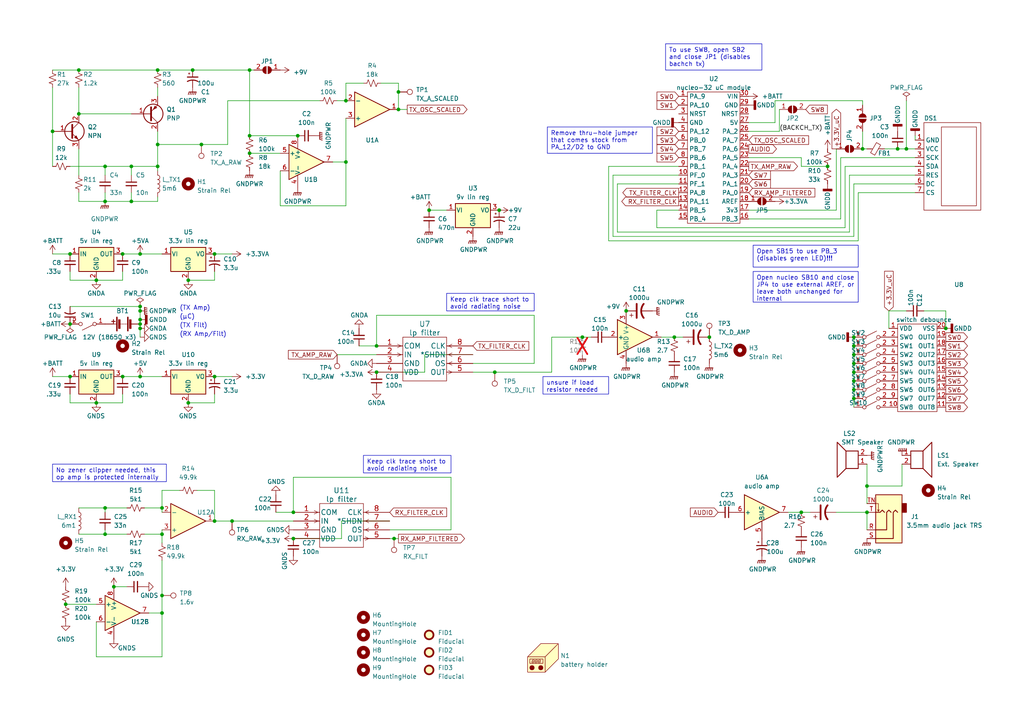
<source format=kicad_sch>
(kicad_sch (version 20230121) (generator eeschema)
  (paper "A4")
  (title_block (title "Lumber Plunder Metal Detector") (date "2023-03-24") (rev "V2") (comment 1 "Allen Jordan, allen.jordan@gmail.com"))
  (lib_symbols
    (symbol "Amplifier_Audio:LM4752TS" (pin_names (offset 0.127))
      (property "Reference" "U" (at 5.08 6.35 0))
      (property "Value" "LM4752TS" (at 5.08 3.81 0))
      (symbol "LM4752TS_1_1"
        (pin input line (at 0 -7.62 90) (length 5.08) (name "BIAS") (number "5"))
        (pin input line (at -7.62 0 0) (length 2.54) (name "+") (number "6"))
        (pin output line (at 7.62 0 180) (length 2.54) (name "~") (number "7"))
      )
      (symbol "LM4752TS_2_1"
        (pin output line (at 7.62 0 180) (length 2.54) (name "~") (number "1"))
        (pin input line (at -7.62 0 0) (length 2.54) (name "+") (number "2"))
      )
      (symbol "LM4752TS_3_1"
        (pin power_in line (at -2.54 7.62 270) (length 3.81) (name "V+") (number "3"))
        (pin power_in line (at -2.54 -7.62 90) (length 3.81) (name "GND") (number "4"))
      )
    )
    (symbol "Connector:TestPoint" (pin_numbers hide) (pin_names (offset 0.762) hide)
      (property "Reference" "TP" (at 0 6.858 0))
      (property "Value" "TestPoint" (at 0 5.08 0))
      (symbol "TestPoint_1_1"
        (pin passive line (at 0 0 90) (length 2.54) (name "1") (number "1"))
      )
    )
    (symbol "Connector_Audio:AudioJack3_SwitchT"
      (property "Reference" "J" (at 0 8.89 0))
      (property "Value" "AudioJack3_SwitchT" (at 0 6.35 0))
      (symbol "AudioJack3_SwitchT_1_1"
        (pin passive line (at 5.08 0 180) (length 2.54) (name "~") (number "R"))
        (pin passive line (at 5.08 2.54 180) (length 2.54) (name "~") (number "S"))
        (pin passive line (at 5.08 -5.08 180) (length 2.54) (name "~") (number "T"))
        (pin passive line (at 5.08 -7.62 180) (length 2.54) (name "~") (number "TN"))
      )
    )
    (symbol "Device:Battery" (pin_numbers hide) (pin_names (offset 0) hide)
      (property "Reference" "BT" (at 2.54 2.54 0))
      (property "Value" "Battery" (at 2.54 0 0))
      (symbol "Battery_1_1"
        (pin passive line (at 0 5.08 270) (length 2.54) (name "+") (number "1"))
        (pin passive line (at 0 -5.08 90) (length 2.54) (name "-") (number "2"))
      )
    )
    (symbol "Device:C_Polarized_Small_US" (pin_numbers hide) (pin_names (offset 0.254) hide)
      (property "Reference" "C" (at 0.254 1.778 0))
      (property "Value" "C_Polarized_Small_US" (at 0.254 -2.032 0))
      (symbol "C_Polarized_Small_US_1_1"
        (pin passive line (at 0 2.54 270) (length 2.032) (name "~") (number "1"))
        (pin passive line (at 0 -2.54 90) (length 2.032) (name "~") (number "2"))
      )
    )
    (symbol "Device:C_Polarized_US" (pin_numbers hide) (pin_names (offset 0.254) hide)
      (property "Reference" "C" (at 0.635 2.54 0))
      (property "Value" "C_Polarized_US" (at 0.635 -2.54 0))
      (symbol "C_Polarized_US_1_1"
        (pin passive line (at 0 3.81 270) (length 2.794) (name "~") (number "1"))
        (pin passive line (at 0 -3.81 90) (length 3.302) (name "~") (number "2"))
      )
    )
    (symbol "Device:C_Small" (pin_numbers hide) (pin_names (offset 0.254) hide)
      (property "Reference" "C" (at 0.254 1.778 0))
      (property "Value" "C_Small" (at 0.254 -2.032 0))
      (symbol "C_Small_1_1"
        (pin passive line (at 0 2.54 270) (length 2.032) (name "~") (number "1"))
        (pin passive line (at 0 -2.54 90) (length 2.032) (name "~") (number "2"))
      )
    )
    (symbol "Device:FerriteBead_Small" (pin_numbers hide) (pin_names (offset 0))
      (property "Reference" "FB" (at 1.905 1.27 0))
      (property "Value" "FerriteBead_Small" (at 1.905 -1.27 0))
      (symbol "FerriteBead_Small_1_1"
        (pin passive line (at 0 2.54 270) (length 1.27) (name "~") (number "1"))
        (pin passive line (at 0 -2.54 90) (length 1.27) (name "~") (number "2"))
      )
    )
    (symbol "Device:L" (pin_numbers hide) (pin_names (offset 1.016) hide)
      (property "Reference" "L" (at -1.27 0 90))
      (property "Value" "L" (at 1.905 0 90))
      (symbol "L_1_1"
        (pin passive line (at 0 3.81 270) (length 1.27) (name "1") (number "1"))
        (pin passive line (at 0 -3.81 90) (length 1.27) (name "2") (number "2"))
      )
    )
    (symbol "Device:Q_NPN_BCE" (pin_names (offset 0) hide)
      (property "Reference" "Q" (at 5.08 1.27 0))
      (property "Value" "Q_NPN_BCE" (at 5.08 -1.27 0))
      (symbol "Q_NPN_BCE_1_1"
        (pin input line (at -5.08 0 0) (length 5.715) (name "B") (number "1"))
        (pin passive line (at 2.54 5.08 270) (length 2.54) (name "C") (number "2"))
        (pin passive line (at 2.54 -5.08 90) (length 2.54) (name "E") (number "3"))
      )
    )
    (symbol "Device:Q_PNP_BCE" (pin_names (offset 0) hide)
      (property "Reference" "Q" (at 5.08 1.27 0))
      (property "Value" "Q_PNP_BCE" (at 5.08 -1.27 0))
      (symbol "Q_PNP_BCE_1_1"
        (pin input line (at -5.08 0 0) (length 5.715) (name "B") (number "1"))
        (pin passive line (at 2.54 5.08 270) (length 2.54) (name "C") (number "2"))
        (pin passive line (at 2.54 -5.08 90) (length 2.54) (name "E") (number "3"))
      )
    )
    (symbol "Device:R_Small_US" (pin_numbers hide) (pin_names (offset 0.254) hide)
      (property "Reference" "R" (at 0.762 0.508 0))
      (property "Value" "R_Small_US" (at 0.762 -1.016 0))
      (symbol "R_Small_US_1_1"
        (pin passive line (at 0 2.54 270) (length 1.016) (name "~") (number "1"))
        (pin passive line (at 0 -2.54 90) (length 1.016) (name "~") (number "2"))
      )
    )
    (symbol "Device:Speaker" (pin_names (offset 0) hide)
      (property "Reference" "LS" (at 1.27 5.715 0))
      (property "Value" "Speaker" (at 1.27 3.81 0))
      (symbol "Speaker_1_1"
        (pin input line (at -5.08 0 0) (length 2.54) (name "1") (number "1"))
        (pin input line (at -5.08 -2.54 0) (length 2.54) (name "2") (number "2"))
      )
    )
    (symbol "Jumper:SolderJumper_2_Open" (pin_names (offset 0) hide)
      (property "Reference" "JP" (at 0 2.032 0))
      (property "Value" "SolderJumper_2_Open" (at 0 -2.54 0))
      (symbol "SolderJumper_2_Open_1_1"
        (pin passive line (at -3.81 0 0) (length 2.54) (name "A") (number "1"))
        (pin passive line (at 3.81 0 180) (length 2.54) (name "B") (number "2"))
      )
    )
    (symbol "Mechanical:Fiducial"
      (property "Reference" "FID" (at 0 5.08 0))
      (property "Value" "Fiducial" (at 0 3.175 0))
    )
    (symbol "Mechanical:Housing" (pin_names (offset 1.016))
      (property "Reference" "N" (at 3.81 0 0))
      (property "Value" "Housing" (at 3.81 -1.905 0))
    )
    (symbol "Mechanical:MountingHole" (pin_names (offset 1.016))
      (property "Reference" "H" (at 0 5.08 0))
      (property "Value" "MountingHole" (at 0 3.175 0))
    )
    (symbol "Regulator_Linear:L7805" (pin_names (offset 0.254))
      (property "Reference" "U" (at -3.81 3.175 0))
      (property "Value" "L7805" (at 0 3.175 0))
      (symbol "L7805_1_1"
        (pin power_in line (at -7.62 0 0) (length 2.54) (name "IN") (number "1"))
        (pin power_in line (at 0 -7.62 90) (length 2.54) (name "GND") (number "2"))
        (pin power_out line (at 7.62 0 180) (length 2.54) (name "OUT") (number "3"))
      )
    )
    (symbol "Regulator_Linear:LT1129-3.3_SOT223" (pin_names (offset 0.254))
      (property "Reference" "U" (at -3.81 3.175 0))
      (property "Value" "LT1129-3.3_SOT223" (at 0 3.175 0))
      (symbol "LT1129-3.3_SOT223_1_1"
        (pin power_in line (at -7.62 0 0) (length 2.54) (name "VI") (number "1"))
        (pin power_in line (at 0 -7.62 90) (length 2.54) (name "GND") (number "2"))
        (pin power_out line (at 7.62 0 180) (length 2.54) (name "VO") (number "3"))
      )
    )
    (symbol "Switch:SW_SPST" (pin_names (offset 0) hide)
      (property "Reference" "SW" (at 0 3.175 0))
      (property "Value" "SW_SPST" (at 0 -2.54 0))
      (symbol "SW_SPST_1_1"
        (pin passive line (at -5.08 0 0) (length 2.54) (name "A") (number "1"))
        (pin passive line (at 5.08 0 180) (length 2.54) (name "B") (number "2"))
      )
    )
    (symbol "allen_oled:2.42_inch_128x64_oled"
      (property "Reference" "OLED" (at 5.08 -6.35 0))
      (symbol "2.42_inch_128x64_oled_1_1"
        (pin power_in line (at -7.62 0 0) (length 2.54) (name "GND") (number "1"))
        (pin power_in line (at -7.62 -2.54 0) (length 2.54) (name "VCC") (number "2"))
        (pin input line (at -7.62 -5.08 0) (length 2.54) (name "SCK") (number "3"))
        (pin input line (at -7.62 -7.62 0) (length 2.54) (name "SDA") (number "4"))
        (pin input line (at -7.62 -10.16 0) (length 2.54) (name "RES") (number "5"))
        (pin input line (at -7.62 -12.7 0) (length 2.54) (name "DC") (number "6"))
        (pin input line (at -7.62 -15.24 0) (length 2.54) (name "CS") (number "7"))
      )
    )
    (symbol "allen_opamp:MAX7423EUA+_allen" (pin_names (offset 0.254))
      (property "Reference" "U" (at 7.62 6.35 0))
      (property "Value" "MAX7423EUA+" (at 15.24 3.81 0))
      (property "Datasheet" "https://www.analog.com/media/en/technical-documentation/data-sheets/max7418-max7425.pdf" (at 0 0 0))
      (symbol "MAX7423EUA+_allen_1_1"
        (pin input line (at 0 0 0) (length 7.62) (name "COM") (number "1"))
        (pin input line (at 0 -2.54 0) (length 7.62) (name "IN") (number "2"))
        (pin power_in line (at 0 -5.08 0) (length 7.62) (name "GND") (number "3"))
        (pin power_in line (at 0 -7.62 0) (length 7.62) (name "VDD") (number "4"))
        (pin output line (at 27.94 -7.62 180) (length 7.62) (name "OUT") (number "5"))
        (pin input line (at 27.94 -5.08 180) (length 7.62) (name "OS") (number "6"))
        (pin input line (at 27.94 -2.54 180) (length 7.62) (name "*SHDN") (number "7"))
        (pin input line (at 27.94 0 180) (length 7.62) (name "CLK") (number "8"))
      )
    )
    (symbol "allen_opamp:OPA2140AID" (pin_names (offset 0.127))
      (property "Reference" "U" (at 0 5.08 0))
      (property "Value" "OPA2140AID" (at -1.27 -5.08 0))
      (symbol "OPA2140AID_1_1"
        (pin output line (at 7.62 0 180) (length 2.54) (name "~") (number "1"))
        (pin input line (at -7.62 -2.54 0) (length 2.54) (name "-") (number "2"))
        (pin input line (at -7.62 2.54 0) (length 2.54) (name "+") (number "3"))
      )
      (symbol "OPA2140AID_2_1"
        (pin input line (at -7.62 2.54 0) (length 2.54) (name "+") (number "5"))
        (pin input line (at -7.62 -2.54 0) (length 2.54) (name "-") (number "6"))
        (pin output line (at 7.62 0 180) (length 2.54) (name "~") (number "7"))
      )
      (symbol "OPA2140AID_3_1"
        (pin power_in line (at -2.54 -7.62 90) (length 3.81) (name "V-") (number "4"))
        (pin power_in line (at -2.54 7.62 270) (length 3.81) (name "V+") (number "8"))
      )
    )
    (symbol "allen_opamp:OPA2320AID" (pin_names (offset 0.127))
      (property "Reference" "U" (at 0 5.08 0))
      (property "Value" "OPA2320AID" (at -1.27 -5.08 0))
      (symbol "OPA2320AID_1_1"
        (pin output line (at 7.62 0 180) (length 2.54) (name "~") (number "1"))
        (pin input line (at -7.62 -2.54 0) (length 2.54) (name "-") (number "2"))
        (pin input line (at -7.62 2.54 0) (length 2.54) (name "+") (number "3"))
      )
      (symbol "OPA2320AID_2_1"
        (pin input line (at -7.62 2.54 0) (length 2.54) (name "+") (number "5"))
        (pin input line (at -7.62 -2.54 0) (length 2.54) (name "-") (number "6"))
        (pin output line (at 7.62 0 180) (length 2.54) (name "~") (number "7"))
      )
      (symbol "OPA2320AID_3_1"
        (pin power_in line (at -2.54 -7.62 90) (length 3.81) (name "V-") (number "4"))
        (pin power_in line (at -2.54 7.62 270) (length 3.81) (name "V+") (number "8"))
      )
    )
    (symbol "allen_stm32:NUCLEO-F303K8"
      (property "Reference" "U" (at 0 13.97 0))
      (property "Value" "NUCLEO-F303K8" (at 0 11.43 0))
      (symbol "NUCLEO-F303K8_1_1"
        (pin bidirectional line (at -10.16 8.89 0) (length 2.54) (name "PA_9") (number "1"))
        (pin bidirectional line (at -10.16 -13.97 0) (length 2.54) (name "PF_0") (number "10"))
        (pin bidirectional line (at -10.16 -16.51 0) (length 2.54) (name "PF_1") (number "11"))
        (pin bidirectional line (at -10.16 -19.05 0) (length 2.54) (name "PA_8") (number "12"))
        (pin bidirectional line (at -10.16 -21.59 0) (length 2.54) (name "PA_11") (number "13"))
        (pin bidirectional line (at -10.16 -24.13 0) (length 2.54) (name "PB_5") (number "14"))
        (pin bidirectional line (at -10.16 -26.67 0) (length 2.54) (name "PB_4") (number "15"))
        (pin bidirectional line (at 10.16 -26.67 180) (length 2.54) (name "PB_3") (number "16"))
        (pin power_out line (at 10.16 -24.13 180) (length 2.54) (name "3v3") (number "17"))
        (pin power_out line (at 10.16 -21.59 180) (length 2.54) (name "AREF") (number "18"))
        (pin bidirectional line (at 10.16 -19.05 180) (length 2.54) (name "PA_0") (number "19"))
        (pin bidirectional line (at -10.16 6.35 0) (length 2.54) (name "PA_10") (number "2"))
        (pin bidirectional line (at 10.16 -16.51 180) (length 2.54) (name "PA_1") (number "20"))
        (pin bidirectional line (at 10.16 -13.97 180) (length 2.54) (name "PA_3") (number "21"))
        (pin bidirectional line (at 10.16 -11.43 180) (length 2.54) (name "PA_4") (number "22"))
        (pin bidirectional line (at 10.16 -8.89 180) (length 2.54) (name "PA_5") (number "23"))
        (pin bidirectional line (at 10.16 -6.35 180) (length 2.54) (name "PA_6") (number "24"))
        (pin bidirectional line (at 10.16 -3.81 180) (length 2.54) (name "PA_7") (number "25"))
        (pin bidirectional line (at 10.16 -1.27 180) (length 2.54) (name "PA_2") (number "26"))
        (pin power_out line (at 10.16 1.27 180) (length 2.54) (name "5V") (number "27"))
        (pin input line (at 10.16 3.81 180) (length 2.54) (name "NRST") (number "28"))
        (pin power_in line (at 10.16 6.35 180) (length 2.54) (name "GND") (number "29"))
        (pin input line (at -10.16 3.81 0) (length 2.54) (name "NRST") (number "3"))
        (pin power_in line (at 10.16 8.89 180) (length 2.54) (name "VIN") (number "30"))
        (pin power_in line (at -10.16 1.27 0) (length 2.54) (name "GND") (number "4"))
        (pin bidirectional line (at -10.16 -1.27 0) (length 2.54) (name "PA_12") (number "5"))
        (pin bidirectional line (at -10.16 -3.81 0) (length 2.54) (name "PB_0") (number "6"))
        (pin bidirectional line (at -10.16 -6.35 0) (length 2.54) (name "PB_7") (number "7"))
        (pin bidirectional line (at -10.16 -8.89 0) (length 2.54) (name "PB_6") (number "8"))
        (pin bidirectional line (at -10.16 -11.43 0) (length 2.54) (name "PB_1") (number "9"))
      )
    )
    (symbol "allen_switch:LS20-S"
      (property "Reference" "U" (at 2.54 13.97 0))
      (symbol "LS20-S_1_1"
        (pin input line (at -2.54 11.43 0) (length 2.54) (name "VDD") (number "1"))
        (pin input line (at -2.54 -11.43 0) (length 2.54) (name "SW8") (number "10"))
        (pin input line (at 13.97 -11.43 180) (length 2.54) (name "OUT8") (number "11"))
        (pin input line (at 13.97 -8.89 180) (length 2.54) (name "OUT7") (number "12"))
        (pin input line (at 13.97 -6.35 180) (length 2.54) (name "OUT6") (number "13"))
        (pin input line (at 13.97 -3.81 180) (length 2.54) (name "OUT5") (number "14"))
        (pin input line (at 13.97 -1.27 180) (length 2.54) (name "OUT4") (number "15"))
        (pin input line (at 13.97 1.27 180) (length 2.54) (name "OUT3") (number "16"))
        (pin input line (at 13.97 3.81 180) (length 2.54) (name "OUT2") (number "17"))
        (pin input line (at 13.97 6.35 180) (length 2.54) (name "OUT1") (number "18"))
        (pin input line (at 13.97 8.89 180) (length 2.54) (name "OUT0") (number "19"))
        (pin input line (at -2.54 8.89 0) (length 2.54) (name "SW0") (number "2"))
        (pin input line (at 13.97 11.43 180) (length 2.54) (name "VSS") (number "20"))
        (pin input line (at -2.54 6.35 0) (length 2.54) (name "SW1") (number "3"))
        (pin input line (at -2.54 3.81 0) (length 2.54) (name "SW2") (number "4"))
        (pin input line (at -2.54 1.27 0) (length 2.54) (name "SW3") (number "5"))
        (pin input line (at -2.54 -1.27 0) (length 2.54) (name "SW4") (number "6"))
        (pin input line (at -2.54 -3.81 0) (length 2.54) (name "SW5") (number "7"))
        (pin input line (at -2.54 -6.35 0) (length 2.54) (name "SW6") (number "8"))
        (pin input line (at -2.54 -8.89 0) (length 2.54) (name "SW7") (number "9"))
      )
    )
    (symbol "power:+3.3V" (power) (pin_names (offset 0))
      (property "Value" "+3.3V" (at 0 3.556 0))
      (symbol "+3.3V_1_1"
        (pin power_in line (at 0 0 90) (length 0) hide (name "+3.3V") (number "1"))
      )
    )
    (symbol "power:+3.3VA" (power) (pin_names (offset 0))
      (property "Value" "+3.3VA" (at 0 3.556 0))
      (symbol "+3.3VA_1_1"
        (pin power_in line (at 0 0 90) (length 0) hide (name "+3.3VA") (number "1"))
      )
    )
    (symbol "power:+5V" (power) (pin_names (offset 0))
      (property "Value" "+5V" (at 0 3.556 0))
      (symbol "+5V_1_1"
        (pin power_in line (at 0 0 90) (length 0) hide (name "+5V") (number "1"))
      )
    )
    (symbol "power:+5VA" (power) (pin_names (offset 0))
      (property "Value" "+5VA" (at 0 3.556 0))
      (symbol "+5VA_1_1"
        (pin power_in line (at 0 0 90) (length 0) hide (name "+5VA") (number "1"))
      )
    )
    (symbol "power:+9V" (power) (pin_names (offset 0))
      (property "Value" "+9V" (at 0 3.556 0))
      (symbol "+9V_1_1"
        (pin power_in line (at 0 0 90) (length 0) hide (name "+9V") (number "1"))
      )
    )
    (symbol "power:+BATT" (power) (pin_names (offset 0))
      (property "Value" "+BATT" (at 0 3.556 0))
      (symbol "+BATT_1_1"
        (pin power_in line (at 0 0 90) (length 0) hide (name "+BATT") (number "1"))
      )
    )
    (symbol "power:GNDA" (power) (pin_names (offset 0))
      (property "Value" "GNDA" (at 0 -3.81 0))
      (symbol "GNDA_1_1"
        (pin power_in line (at 0 0 270) (length 0) hide (name "GNDA") (number "1"))
      )
    )
    (symbol "power:GNDD" (power) (pin_names (offset 0))
      (property "Value" "GNDD" (at 0 -3.175 0))
      (symbol "GNDD_1_1"
        (pin power_in line (at 0 0 270) (length 0) hide (name "GNDD") (number "1"))
      )
    )
    (symbol "power:GNDPWR" (power) (pin_names (offset 0))
      (property "Value" "GNDPWR" (at 0 -3.302 0))
      (symbol "GNDPWR_1_1"
        (pin power_in line (at 0 0 270) (length 0) hide (name "GNDPWR") (number "1"))
      )
    )
    (symbol "power:GNDS" (power) (pin_names (offset 0))
      (property "Value" "GNDS" (at 0 -3.81 0))
      (symbol "GNDS_1_1"
        (pin power_in line (at 0 0 270) (length 0) hide (name "GNDS") (number "1"))
      )
    )
    (symbol "power:PWR_FLAG" (power) (pin_numbers hide) (pin_names (offset 0) hide)
      (property "Value" "PWR_FLAG" (at 0 3.81 0))
      (symbol "PWR_FLAG_0_0"
        (pin power_out line (at 0 0 90) (length 0) (name "pwr") (number "1"))
      )
    )
  )
  (junction (at 72.39 20.32))
  (junction (at 45.72 48.26))
  (junction (at 46.99 147.32))
  (junction (at 247.65 115.57))
  (junction (at 62.23 109.22))
  (junction (at 62.23 151.13))
  (junction (at 247.65 105.41))
  (junction (at 250.19 43.18))
  (junction (at 232.41 148.59))
  (junction (at 45.72 41.91))
  (junction (at 30.48 58.42))
  (junction (at 55.88 20.32))
  (junction (at 124.46 60.96))
  (junction (at 247.65 102.87))
  (junction (at 247.65 100.33))
  (junction (at 251.46 140.97))
  (junction (at 54.61 81.28))
  (junction (at 40.64 109.22))
  (junction (at 27.94 116.84))
  (junction (at 195.58 97.79))
  (junction (at 46.99 154.94))
  (junction (at 109.22 107.95))
  (junction (at 115.57 26.67))
  (junction (at 19.05 175.26))
  (junction (at 40.64 93.98))
  (junction (at 33.02 170.18))
  (junction (at 247.65 107.95))
  (junction (at 30.48 154.94))
  (junction (at 85.09 148.59))
  (junction (at 40.64 73.66))
  (junction (at 58.42 41.91))
  (junction (at 260.35 43.18))
  (junction (at 67.31 151.13))
  (junction (at 54.61 116.84))
  (junction (at 35.56 109.22))
  (junction (at 22.86 33.02))
  (junction (at 62.23 73.66))
  (junction (at 72.39 44.45))
  (junction (at 247.65 97.79))
  (junction (at 22.86 20.32))
  (junction (at 109.22 100.33))
  (junction (at 15.24 38.1))
  (junction (at 35.56 73.66))
  (junction (at 274.32 95.25))
  (junction (at 205.74 97.79))
  (junction (at 168.91 97.79))
  (junction (at 181.61 90.17))
  (junction (at 85.09 156.21))
  (junction (at 114.3 156.21))
  (junction (at 46.99 172.72))
  (junction (at 20.32 93.98))
  (junction (at 40.64 88.9))
  (junction (at 100.33 29.21))
  (junction (at 20.32 73.66))
  (junction (at 262.89 43.18))
  (junction (at 30.48 48.26))
  (junction (at 27.94 81.28))
  (junction (at 46.99 177.8))
  (junction (at 45.72 20.32))
  (junction (at 38.1 48.26))
  (junction (at 247.65 113.03))
  (junction (at 115.57 31.75))
  (junction (at 40.64 92.71))
  (junction (at 40.64 90.17))
  (junction (at 86.36 39.37))
  (junction (at 247.65 110.49))
  (junction (at 40.64 95.25))
  (junction (at 240.03 48.26))
  (junction (at 72.39 39.37))
  (junction (at 38.1 58.42))
  (junction (at 143.51 107.95))
  (junction (at 251.46 148.59))
  (junction (at 144.78 60.96))
  (junction (at 20.32 109.22))
  (junction (at 30.48 147.32))
  (junction (at 100.33 46.99))
  (wire (pts (xy 115.57 26.67) (xy 115.57 31.75)))
  (wire (pts (xy 45.72 25.4) (xy 45.72 27.94)))
  (wire (pts (xy 15.24 25.4) (xy 15.24 38.1)))
  (wire (pts (xy 38.1 58.42) (xy 45.72 58.42)))
  (wire (pts (xy 46.99 154.94) (xy 46.99 157.48)))
  (wire (pts (xy 260.35 43.18) (xy 262.89 43.18)))
  (wire (pts (xy 179.07 67.31) (xy 246.38 67.31)))
  (wire (pts (xy 36.83 147.32) (xy 30.48 147.32)))
  (wire (pts (xy 118.11 31.75) (xy 115.57 31.75)))
  (wire (pts (xy 262.89 29.21) (xy 262.89 43.18)))
  (wire (pts (xy 33.02 170.18) (xy 36.83 170.18)))
  (wire (pts (xy 160.02 107.95) (xy 160.02 97.79)))
  (wire (pts (xy 20.32 116.84) (xy 27.94 116.84)))
  (wire (pts (xy 30.48 48.26) (xy 30.48 50.8)))
  (wire (pts (xy 22.86 43.18) (xy 22.86 50.8)))
  (wire (pts (xy 30.48 58.42) (xy 22.86 58.42)))
  (wire (pts (xy 179.07 53.34) (xy 179.07 67.31)))
  (wire (pts (xy 15.24 38.1) (xy 15.24 48.26)))
  (wire (pts (xy 20.32 114.3) (xy 20.32 116.84)))
  (wire (pts (xy 46.99 177.8) (xy 46.99 190.5)))
  (wire (pts (xy 110.49 24.13) (xy 115.57 24.13)))
  (wire (pts (xy 22.86 154.94) (xy 30.48 154.94)))
  (wire (pts (xy 35.56 114.3) (xy 35.56 116.84)))
  (wire (pts (xy 217.17 63.5) (xy 243.84 63.5)))
  (wire (pts (xy 99.06 151.13) (xy 99.06 156.21)))
  (wire (pts (xy 245.11 66.04) (xy 190.5 66.04)))
  (wire (pts (xy 30.48 147.32) (xy 30.48 148.59)))
  (wire (pts (xy 46.99 190.5) (xy 27.94 190.5)))
  (wire (pts (xy 100.33 24.13) (xy 100.33 29.21)))
  (wire (pts (xy 30.48 154.94) (xy 36.83 154.94)))
  (wire (pts (xy 190.5 66.04) (xy 190.5 60.96)))
  (wire (pts (xy 81.28 49.53) (xy 81.28 59.69)))
  (wire (pts (xy 46.99 142.24) (xy 46.99 147.32)))
  (wire (pts (xy 243.84 63.5) (xy 243.84 45.72)))
  (wire (pts (xy 105.41 24.13) (xy 100.33 24.13)))
  (wire (pts (xy 137.16 102.87) (xy 123.19 102.87)))
  (wire (pts (xy 22.86 58.42) (xy 22.86 55.88)))
  (wire (pts (xy 240.03 48.26) (xy 232.41 48.26)))
  (wire (pts (xy 85.09 138.43) (xy 85.09 148.59)))
  (wire (pts (xy 99.06 156.21) (xy 85.09 156.21)))
  (wire (pts (xy 196.85 53.34) (xy 179.07 53.34)))
  (wire (pts (xy 100.33 46.99) (xy 100.33 59.69)))
  (wire (pts (xy 247.65 53.34) (xy 265.43 53.34)))
  (wire (pts (xy 113.03 151.13) (xy 99.06 151.13)))
  (wire (pts (xy 137.16 105.41) (xy 154.94 105.41)))
  (wire (pts (xy 248.92 55.88) (xy 265.43 55.88)))
  (wire (pts (xy 52.07 142.24) (xy 46.99 142.24)))
  (wire (pts (xy 45.72 20.32) (xy 55.88 20.32)))
  (wire (pts (xy 250.19 43.18) (xy 251.46 43.18)))
  (wire (pts (xy 20.32 81.28) (xy 27.94 81.28)))
  (wire (pts (xy 97.79 29.21) (xy 100.33 29.21)))
  (wire (pts (xy 267.97 90.17) (xy 274.32 90.17)))
  (wire (pts (xy 176.53 48.26) (xy 176.53 69.85)))
  (wire (pts (xy 274.32 90.17) (xy 274.32 95.25)))
  (wire (pts (xy 154.94 91.44) (xy 109.22 91.44)))
  (wire (pts (xy 62.23 114.3) (xy 62.23 116.84)))
  (wire (pts (xy 62.23 116.84) (xy 54.61 116.84)))
  (wire (pts (xy 261.62 140.97) (xy 261.62 134.62)))
  (wire (pts (xy 19.05 175.26) (xy 27.94 175.26)))
  (wire (pts (xy 20.32 48.26) (xy 30.48 48.26)))
  (wire (pts (xy 40.64 90.17) (xy 40.64 92.71)))
  (wire (pts (xy 247.65 110.49) (xy 247.65 113.03)))
  (wire (pts (xy 160.02 97.79) (xy 168.91 97.79)))
  (wire (pts (xy 41.91 154.94) (xy 46.99 154.94)))
  (wire (pts (xy 67.31 109.22) (xy 62.23 109.22)))
  (wire (pts (xy 62.23 81.28) (xy 54.61 81.28)))
  (wire (pts (xy 67.31 151.13) (xy 85.09 151.13)))
  (wire (pts (xy 45.72 41.91) (xy 58.42 41.91)))
  (wire (pts (xy 40.64 92.71) (xy 40.64 93.98)))
  (wire (pts (xy 257.81 90.17) (xy 257.81 95.25)))
  (wire (pts (xy 247.65 97.79) (xy 247.65 100.33)))
  (wire (pts (xy 45.72 38.1) (xy 45.72 41.91)))
  (wire (pts (xy 80.01 148.59) (xy 85.09 148.59)))
  (wire (pts (xy 226.06 31.75) (xy 226.06 38.1)))
  (wire (pts (xy 97.79 102.87) (xy 109.22 102.87)))
  (wire (pts (xy 30.48 58.42) (xy 30.48 55.88)))
  (wire (pts (xy 45.72 58.42) (xy 45.72 57.15)))
  (wire (pts (xy 35.56 78.74) (xy 35.56 81.28)))
  (wire (pts (xy 246.38 67.31) (xy 246.38 50.8)))
  (wire (pts (xy 62.23 151.13) (xy 67.31 151.13)))
  (wire (pts (xy 62.23 78.74) (xy 62.23 81.28)))
  (wire (pts (xy 40.64 95.25) (xy 40.64 97.79)))
  (wire (pts (xy 242.57 43.18) (xy 242.57 60.96)))
  (wire (pts (xy 38.1 55.88) (xy 38.1 58.42)))
  (wire (pts (xy 22.86 147.32) (xy 30.48 147.32)))
  (wire (pts (xy 232.41 48.26) (xy 232.41 45.72)))
  (wire (pts (xy 248.92 69.85) (xy 248.92 55.88)))
  (wire (pts (xy 224.79 35.56) (xy 217.17 35.56)))
  (wire (pts (xy 100.33 46.99) (xy 96.52 46.99)))
  (wire (pts (xy 58.42 41.91) (xy 66.04 41.91)))
  (wire (pts (xy 245.11 48.26) (xy 245.11 66.04)))
  (wire (pts (xy 22.86 25.4) (xy 22.86 33.02)))
  (wire (pts (xy 247.65 105.41) (xy 247.65 107.95)))
  (wire (pts (xy 247.65 107.95) (xy 247.65 110.49)))
  (wire (pts (xy 256.54 43.18) (xy 260.35 43.18)))
  (wire (pts (xy 27.94 190.5) (xy 27.94 180.34)))
  (wire (pts (xy 242.57 148.59) (xy 251.46 148.59)))
  (wire (pts (xy 30.48 153.67) (xy 30.48 154.94)))
  (wire (pts (xy 45.72 48.26) (xy 38.1 48.26)))
  (wire (pts (xy 38.1 58.42) (xy 30.48 58.42)))
  (wire (pts (xy 15.24 73.66) (xy 20.32 73.66)))
  (wire (pts (xy 190.5 60.96) (xy 196.85 60.96)))
  (wire (pts (xy 113.03 153.67) (xy 130.81 153.67)))
  (wire (pts (xy 196.85 50.8) (xy 177.8 50.8)))
  (wire (pts (xy 115.57 24.13) (xy 115.57 26.67)))
  (wire (pts (xy 123.19 102.87) (xy 123.19 107.95)))
  (wire (pts (xy 251.46 148.59) (xy 251.46 153.67)))
  (wire (pts (xy 22.86 33.02) (xy 38.1 33.02)))
  (wire (pts (xy 72.39 20.32) (xy 72.39 39.37)))
  (wire (pts (xy 232.41 148.59) (xy 234.95 148.59)))
  (wire (pts (xy 137.16 107.95) (xy 143.51 107.95)))
  (wire (pts (xy 66.04 29.21) (xy 92.71 29.21)))
  (wire (pts (xy 177.8 50.8) (xy 177.8 68.58)))
  (wire (pts (xy 73.66 20.32) (xy 72.39 20.32)))
  (wire (pts (xy 20.32 78.74) (xy 20.32 81.28)))
  (wire (pts (xy 168.91 97.79) (xy 171.45 97.79)))
  (wire (pts (xy 72.39 20.32) (xy 55.88 20.32)))
  (wire (pts (xy 143.51 107.95) (xy 160.02 107.95)))
  (wire (pts (xy 35.56 73.66) (xy 40.64 73.66)))
  (wire (pts (xy 72.39 44.45) (xy 81.28 44.45)))
  (wire (pts (xy 66.04 41.91) (xy 66.04 29.21)))
  (wire (pts (xy 57.15 142.24) (xy 62.23 142.24)))
  (wire (pts (xy 224.79 29.21) (xy 224.79 35.56)))
  (wire (pts (xy 250.19 29.21) (xy 224.79 29.21)))
  (wire (pts (xy 45.72 41.91) (xy 45.72 48.26)))
  (wire (pts (xy 246.38 50.8) (xy 265.43 50.8)))
  (wire (pts (xy 45.72 48.26) (xy 45.72 49.53)))
  (wire (pts (xy 124.46 60.96) (xy 129.54 60.96)))
  (wire (pts (xy 154.94 105.41) (xy 154.94 91.44)))
  (wire (pts (xy 251.46 134.62) (xy 251.46 140.97)))
  (wire (pts (xy 247.65 100.33) (xy 247.65 102.87)))
  (wire (pts (xy 257.81 90.17) (xy 262.89 90.17)))
  (wire (pts (xy 247.65 68.58) (xy 247.65 53.34)))
  (wire (pts (xy 67.31 73.66) (xy 62.23 73.66)))
  (wire (pts (xy 250.19 38.1) (xy 250.19 43.18)))
  (wire (pts (xy 40.64 73.66) (xy 46.99 73.66)))
  (wire (pts (xy 15.24 109.22) (xy 20.32 109.22)))
  (wire (pts (xy 46.99 147.32) (xy 41.91 147.32)))
  (wire (pts (xy 46.99 172.72) (xy 46.99 177.8)))
  (wire (pts (xy 46.99 162.56) (xy 46.99 172.72)))
  (wire (pts (xy 191.77 97.79) (xy 195.58 97.79)))
  (wire (pts (xy 72.39 39.37) (xy 86.36 39.37)))
  (wire (pts (xy 123.19 107.95) (xy 109.22 107.95)))
  (wire (pts (xy 217.17 60.96) (xy 242.57 60.96)))
  (wire (pts (xy 109.22 91.44) (xy 109.22 100.33)))
  (wire (pts (xy 232.41 45.72) (xy 217.17 45.72)))
  (wire (pts (xy 177.8 68.58) (xy 247.65 68.58)))
  (wire (pts (xy 100.33 34.29) (xy 100.33 46.99)))
  (wire (pts (xy 243.84 45.72) (xy 265.43 45.72)))
  (wire (pts (xy 250.19 30.48) (xy 250.19 29.21)))
  (wire (pts (xy 247.65 113.03) (xy 247.65 115.57)))
  (wire (pts (xy 104.14 100.33) (xy 109.22 100.33)))
  (wire (pts (xy 265.43 39.37) (xy 265.43 40.64)))
  (wire (pts (xy 265.43 48.26) (xy 245.11 48.26)))
  (wire (pts (xy 62.23 142.24) (xy 62.23 151.13)))
  (wire (pts (xy 35.56 81.28) (xy 27.94 81.28)))
  (wire (pts (xy 247.65 102.87) (xy 247.65 105.41)))
  (wire (pts (xy 35.56 109.22) (xy 40.64 109.22)))
  (wire (pts (xy 40.64 88.9) (xy 40.64 90.17)))
  (wire (pts (xy 40.64 93.98) (xy 40.64 95.25)))
  (wire (pts (xy 43.18 177.8) (xy 46.99 177.8)))
  (wire (pts (xy 251.46 140.97) (xy 261.62 140.97)))
  (wire (pts (xy 40.64 109.22) (xy 46.99 109.22)))
  (wire (pts (xy 15.24 20.32) (xy 22.86 20.32)))
  (wire (pts (xy 228.6 148.59) (xy 232.41 148.59)))
  (wire (pts (xy 20.32 88.9) (xy 40.64 88.9)))
  (wire (pts (xy 46.99 147.32) (xy 46.99 148.59)))
  (wire (pts (xy 35.56 116.84) (xy 27.94 116.84)))
  (wire (pts (xy 226.06 38.1) (xy 217.17 38.1)))
  (wire (pts (xy 130.81 138.43) (xy 85.09 138.43)))
  (wire (pts (xy 46.99 154.94) (xy 46.99 153.67)))
  (wire (pts (xy 115.57 156.21) (xy 114.3 156.21)))
  (wire (pts (xy 114.3 156.21) (xy 113.03 156.21)))
  (wire (pts (xy 81.28 59.69) (xy 100.33 59.69)))
  (wire (pts (xy 130.81 153.67) (xy 130.81 138.43)))
  (wire (pts (xy 262.89 43.18) (xy 265.43 43.18)))
  (wire (pts (xy 176.53 69.85) (xy 248.92 69.85)))
  (wire (pts (xy 251.46 146.05) (xy 251.46 140.97)))
  (wire (pts (xy 22.86 20.32) (xy 45.72 20.32)))
  (wire (pts (xy 196.85 48.26) (xy 176.53 48.26)))
  (wire (pts (xy 38.1 48.26) (xy 30.48 48.26)))
  (wire (pts (xy 195.58 97.79) (xy 198.12 97.79)))
  (wire (pts (xy 38.1 48.26) (xy 38.1 50.8)))
  (wire (pts (xy 247.65 115.57) (xy 247.65 118.11)))
  (text_box "Open nucleo SB10 and close JP4 to use external AREF, or leave both unchanged for internal" (at 218.44 78.74 0) (size 30.48 8.89) (effects (font (size 1.27 1.27)) (justify left top)))
  (text_box "Remove thru-hole jumper that comes stock from PA_12/D2 to GND" (at 158.75 36.83 0) (size 30.48 7.62) (effects (font (size 1.27 1.27)) (justify left top)))
  (text_box "No zener clipper needed, this op amp is protected internally" (at 15.24 134.62 0) (size 33.02 5.08) (effects (font (size 1.27 1.27)) (justify left top)))
  (text_box "Keep clk trace short to avoid radiating noise" (at 105.41 132.08 0) (size 25.4 5.08) (effects (font (size 1.27 1.27)) (justify left top)))
  (text_box "To use SW8, open SB2 and close JP1 (disables bachch tx)" (at 193.04 12.7 0) (size 27.94 7.62) (effects (font (size 1.27 1.27)) (justify left top)))
  (text_box "Open SB15 to use PB_3 (disables green LED)!!!" (at 218.44 71.12 0) (size 30.48 6.35) (effects (font (size 1.27 1.27)) (justify left top)))
  (text_box "unsure if load resistor needed" (at 157.48 109.22 0) (size 19.05 5.08) (effects (font (size 1.27 1.27)) (justify left top)))
  (text_box "Keep clk trace short to avoid radiating noise" (at 129.54 85.09 0) (size 25.4 5.08) (effects (font (size 1.27 1.27)) (justify left top)))
  (text "(µC)" (at 52.07 92.71 0) (effects (font (size 1.27 1.27)) (justify left bottom)))
  (text "(TX Amp)" (at 52.07 90.17 0) (effects (font (size 1.27 1.27)) (justify left bottom)))
  (text "(TX Filt)" (at 52.07 95.25 0) (effects (font (size 1.27 1.27)) (justify left bottom)))
  (text "(RX Amp/Filt)" (at 52.07 97.79 0) (effects (font (size 1.27 1.27)) (justify left bottom)))
  (label "(BACKCH_TX)" (at 226.06 38.1 0))
  (global_label "TX_FILTER_CLK" (shape output) (at 196.85 55.88 180) (property "Intersheetrefs" "${INTERSHEET_REFS}" (effects hide)))
  (global_label "SW3" (shape input) (at 196.85 40.64 180) (property "Intersheetrefs" "${INTERSHEET_REFS}" (effects hide)))
  (global_label "RX_AMP_FILTERED" (shape output) (at 115.57 156.21 0) (property "Intersheetrefs" "${INTERSHEET_REFS}" (effects hide)))
  (global_label "SW7" (shape input) (at 217.17 50.8 0) (property "Intersheetrefs" "${INTERSHEET_REFS}" (effects hide)))
  (global_label "TX_AMP_RAW" (shape input) (at 97.79 102.87 180) (property "Intersheetrefs" "${INTERSHEET_REFS}" (effects hide)))
  (global_label "TX_FILTER_CLK" (shape input) (at 137.16 100.33 0) (property "Intersheetrefs" "${INTERSHEET_REFS}" (effects hide)))
  (global_label "SW3" (shape output) (at 274.32 105.41 0) (property "Intersheetrefs" "${INTERSHEET_REFS}" (effects hide)))
  (global_label "AUDIO" (shape output) (at 217.17 43.18 0) (property "Intersheetrefs" "${INTERSHEET_REFS}" (effects hide)))
  (global_label "SW8" (shape output) (at 274.32 118.11 0) (property "Intersheetrefs" "${INTERSHEET_REFS}" (effects hide)))
  (global_label "SW5" (shape output) (at 274.32 110.49 0) (property "Intersheetrefs" "${INTERSHEET_REFS}" (effects hide)))
  (global_label "SW1" (shape input) (at 196.85 30.48 180) (property "Intersheetrefs" "${INTERSHEET_REFS}" (effects hide)))
  (global_label "SW1" (shape output) (at 274.32 100.33 0) (property "Intersheetrefs" "${INTERSHEET_REFS}" (effects hide)))
  (global_label "SW0" (shape output) (at 274.32 97.79 0) (property "Intersheetrefs" "${INTERSHEET_REFS}" (effects hide)))
  (global_label "SW4" (shape output) (at 274.32 107.95 0) (property "Intersheetrefs" "${INTERSHEET_REFS}" (effects hide)))
  (global_label "RX_FILTER_CLK" (shape input) (at 113.03 148.59 0) (property "Intersheetrefs" "${INTERSHEET_REFS}" (effects hide)))
  (global_label "SW2" (shape output) (at 274.32 102.87 0) (property "Intersheetrefs" "${INTERSHEET_REFS}" (effects hide)))
  (global_label "RX_AMP_FILTERED" (shape input) (at 217.17 55.88 0) (property "Intersheetrefs" "${INTERSHEET_REFS}" (effects hide)))
  (global_label "TX_AMP_RAW" (shape output) (at 217.17 48.26 0) (property "Intersheetrefs" "${INTERSHEET_REFS}" (effects hide)))
  (global_label "AUDIO" (shape input) (at 208.28 148.59 180) (property "Intersheetrefs" "${INTERSHEET_REFS}" (effects hide)))
  (global_label "SW6" (shape input) (at 217.17 53.34 0) (property "Intersheetrefs" "${INTERSHEET_REFS}" (effects hide)))
  (global_label "SW4" (shape input) (at 196.85 43.18 180) (property "Intersheetrefs" "${INTERSHEET_REFS}" (effects hide)))
  (global_label "TX_OSC_SCALED" (shape input) (at 217.17 40.64 0) (property "Intersheetrefs" "${INTERSHEET_REFS}" (effects hide)))
  (global_label "SW5" (shape input) (at 196.85 45.72 180) (property "Intersheetrefs" "${INTERSHEET_REFS}" (effects hide)))
  (global_label "+3.3V_uC" (shape input) (at 257.81 90.17 90) (property "Intersheetrefs" "${INTERSHEET_REFS}" (effects hide)))
  (global_label "SW7" (shape output) (at 274.32 115.57 0) (property "Intersheetrefs" "${INTERSHEET_REFS}" (effects hide)))
  (global_label "+3.3V_uC" (shape output) (at 242.57 43.18 90) (property "Intersheetrefs" "${INTERSHEET_REFS}" (effects hide)))
  (global_label "SW8" (shape input) (at 233.68 31.75 0) (property "Intersheetrefs" "${INTERSHEET_REFS}" (effects hide)))
  (global_label "SW6" (shape output) (at 274.32 113.03 0) (property "Intersheetrefs" "${INTERSHEET_REFS}" (effects hide)))
  (global_label "TX_OSC_SCALED" (shape output) (at 118.11 31.75 0) (property "Intersheetrefs" "${INTERSHEET_REFS}" (effects hide)))
  (global_label "SW0" (shape input) (at 196.85 27.94 180) (property "Intersheetrefs" "${INTERSHEET_REFS}" (effects hide)))
  (global_label "SW2" (shape input) (at 196.85 38.1 180) (property "Intersheetrefs" "${INTERSHEET_REFS}" (effects hide)))
  (global_label "RX_FILTER_CLK" (shape output) (at 196.85 58.42 180) (property "Intersheetrefs" "${INTERSHEET_REFS}" (effects hide)))
  (symbol (lib_id "Jumper:SolderJumper_2_Open") (at 246.38 43.18 0) (unit 1)
    (property "Reference" "JP4" (at 246.38 39.37 90))
    (property "Value" "SolderJumper_2_Open" (effects hide))
    (property "Footprint" "Jumper:SolderJumper-2_P1.3mm_Open_Pad1.0x1.5mm" (effects hide))
  )
  (symbol (lib_id "power:GNDPWR") (at 91.44 39.37 90) (unit 1)
    (property "Reference" "#PWR07" (effects hide))
    (property "Value" "GNDPWR" (at 95.25 39.37 0))
  )
  (symbol (lib_id "Mechanical:MountingHole") (at 105.41 179.07 0) (unit 1)
    (property "Reference" "H6" (at 107.95 178.435 0) (effects (justify left)))
    (property "Value" "MountingHole" (at 107.95 180.975 0) (effects (justify left)))
    (property "Footprint" "allen footprints:mounting_hole_4-40_thru" (effects hide))
  )
  (symbol (lib_id "power:GNDS") (at 80.01 143.51 180) (unit 1)
    (property "Reference" "#PWR049" (effects hide))
    (property "Value" "GNDS" (at 77.47 139.7 0) (effects (justify right)))
  )
  (symbol (lib_id "Regulator_Linear:LT1129-3.3_SOT223") (at 54.61 73.66 0) (unit 1)
    (property "Reference" "U5" (at 54.61 67.31 0))
    (property "Value" "3.3v lin reg" (at 54.61 69.85 0))
    (property "Footprint" "Package_TO_SOT_SMD:SOT-223-3_TabPin2" (effects hide))
    (property "Datasheet" "https://www.analog.com/media/en/technical-documentation/data-sheets/112935ff.pdf" (effects hide))
    (property "MPN" "LT1129CST-3.3#PBF" (effects hide))
    (property "Alt MPN" "UA78M33QDCYRG4Q1" (effects hide))
  )
  (symbol (lib_id "Device:C_Polarized_US") (at 185.42 90.17 90) (unit 1)
    (property "Reference" "C11" (at 185.42 83.82 90))
    (property "Value" "1000u" (at 185.42 86.36 90))
    (property "Footprint" "Capacitor_THT:CP_Radial_D10.0mm_P5.00mm" (effects hide))
    (property "MPN" "A750MV108M1EAAE014" (effects hide))
  )
  (symbol (lib_id "power:GNDS") (at 54.61 116.84 0) (unit 1)
    (property "Reference" "#PWR046" (effects hide))
    (property "Value" "GNDS" (at 57.15 120.65 0) (effects (justify right)))
  )
  (symbol (lib_id "Device:R_Small_US") (at 39.37 147.32 90) (unit 1)
    (property "Reference" "R15" (at 39.37 142.24 90))
    (property "Value" "5k1" (at 39.37 144.78 90))
    (property "Footprint" "Resistor_SMD:R_0805_2012Metric_Pad1.20x1.40mm_HandSolder" (effects hide))
  )
  (symbol (lib_id "allen_opamp:OPA2140AID") (at 107.95 31.75 0) (mirror x) (unit 1)
    (property "Reference" "U1" (at 107.95 40.64 0))
    (property "Value" "op amp (higher voltage)" (effects hide))
    (property "Footprint" "Package_SO:SOIC-8_3.9x4.9mm_P1.27mm" (effects hide))
    (property "Datasheet" "https://www.ti.com/lit/ds/symlink/opa2140.pdf?HQS=dis-dk-null-digikeymode-dsf-pf-null-wwe&ts=1680023654676&ref_url=https%253A%252F%252Fwww.ti.com%252Fgeneral%252Fdocs%252Fsuppproductinfo.tsp%253FdistId%253D10%2526gotoUrl%253Dhttps%253A%252F%252Fwww.ti.com%252Flit%252Fgpn%252Fopa2140" (effects hide))
    (property "MPN" "OPA2140AID" (effects hide))
  )
  (symbol (lib_id "Switch:SW_SPST") (at 252.73 107.95 0) (unit 1)
    (property "Reference" "SW6" (at 248.92 106.68 0))
    (property "Value" "SW_SPST" (effects hide))
    (property "Footprint" "allen footprints:SW_SPST_PTS647" (effects hide))
    (property "MPN" "PTS 647 SN50 SMTR2 LFS" (effects hide))
  )
  (symbol (lib_id "Switch:SW_SPST") (at 25.4 93.98 180) (unit 1)
    (property "Reference" "SW1" (at 25.4 91.44 0))
    (property "Value" "SW_SPST" (effects hide))
    (property "Footprint" "allen footprints:A11AH_right_angle_toggle_switch" (effects hide))
    (property "MPN" "A11AH" (effects hide))
  )
  (symbol (lib_id "power:+3.3V") (at 67.31 109.22 270) (unit 1)
    (property "Reference" "#PWR043" (effects hide))
    (property "Value" "+3.3V" (at 71.12 109.22 90) (effects (justify left)))
  )
  (symbol (lib_id "Device:R_Small_US") (at 72.39 46.99 0) (unit 1)
    (property "Reference" "R8" (at 74.93 45.7199 0) (effects (justify left)))
    (property "Value" "18k" (at 74.93 48.2599 0) (effects (justify left)))
    (property "Footprint" "Resistor_SMD:R_0805_2012Metric_Pad1.20x1.40mm_HandSolder" (effects hide))
  )
  (symbol (lib_id "power:+3.3V") (at 33.02 170.18 0) (unit 1)
    (property "Reference" "#PWR057" (effects hide))
    (property "Value" "+3.3V" (at 33.02 165.1 0))
  )
  (symbol (lib_id "Connector:TestPoint") (at 46.99 172.72 270) (unit 1)
    (property "Reference" "TP8" (at 52.07 172.085 90) (effects (justify left)))
    (property "Value" "1.6v" (at 52.07 174.625 90) (effects (justify left)))
    (property "Footprint" "TestPoint:TestPoint_Pad_D1.5mm" (effects hide))
  )
  (symbol (lib_id "Device:R_Small_US") (at 54.61 142.24 90) (unit 1)
    (property "Reference" "R14" (at 54.61 135.89 90))
    (property "Value" "49.9k" (at 54.61 138.43 90))
    (property "Footprint" "Resistor_SMD:R_0805_2012Metric_Pad1.20x1.40mm_HandSolder" (effects hide))
  )
  (symbol (lib_id "Mechanical:Fiducial") (at 124.46 194.31 0) (unit 1)
    (property "Reference" "FID3" (at 127 193.675 0) (effects (justify left)))
    (property "Value" "Fiducial" (at 127 196.215 0) (effects (justify left)))
    (property "Footprint" "Fiducial:Fiducial_0.5mm_Mask1.5mm" (effects hide))
  )
  (symbol (lib_id "allen_oled:2.42_inch_128x64_oled") (at 273.05 40.64 0) (unit 1)
    (property "Reference" "DS1" (at 267.97 34.29 0) (effects (justify left)))
    (property "Value" "2.42_inch_128x64_oled" (effects hide))
    (property "Footprint" "allen footprints:oled_2.42in_128x64" (effects hide))
    (property "Datasheet" "https://www.amazon.com/gp/product/B09LND6QJ1/ref=ppx_yo_dt_b_search_asin_title?ie=UTF8&psc=1#customerReviews" (effects hide))
    (property "MPN" "B09LND6QJ1" (effects hide))
  )
  (symbol (lib_id "Device:C_Small") (at 232.41 156.21 180) (unit 1)
    (property "Reference" "C26" (at 234.95 154.9335 0) (effects (justify right)))
    (property "Value" "100n" (at 234.95 157.4735 0) (effects (justify right)))
    (property "Footprint" "Capacitor_SMD:C_0805_2012Metric_Pad1.18x1.45mm_HandSolder" (effects hide))
  )
  (symbol (lib_id "power:GNDD") (at 196.85 35.56 270) (unit 1)
    (property "Reference" "#PWR05" (effects hide))
    (property "Value" "GNDD" (at 189.23 35.56 90) (effects (justify left)))
  )
  (symbol (lib_id "Connector:TestPoint") (at 205.74 97.79 0) (unit 1)
    (property "Reference" "TP3" (at 208.28 93.853 0) (effects (justify left)))
    (property "Value" "TX_D_AMP" (at 208.28 96.393 0) (effects (justify left)))
    (property "Footprint" "TestPoint:TestPoint_Pad_D1.5mm" (effects hide))
  )
  (symbol (lib_id "Device:C_Small") (at 173.99 97.79 270) (unit 1)
    (property "Reference" "C15" (at 173.9836 92.71 90))
    (property "Value" "100n" (at 173.9836 95.25 90))
    (property "Footprint" "Capacitor_SMD:C_0805_2012Metric_Pad1.18x1.45mm_HandSolder" (effects hide))
  )
  (symbol (lib_id "power:+BATT") (at 15.24 73.66 0) (unit 1)
    (property "Reference" "#PWR020" (effects hide))
    (property "Value" "+BATT" (at 15.24 69.85 0))
  )
  (symbol (lib_id "Device:R_Small_US") (at 45.72 22.86 0) (unit 1)
    (property "Reference" "R3" (at 46.99 21.59 0) (effects (justify left)))
    (property "Value" "560" (at 46.99 24.13 0) (effects (justify left)))
    (property "Footprint" "Resistor_SMD:R_0805_2012Metric_Pad1.20x1.40mm_HandSolder" (effects hide))
  )
  (symbol (lib_id "Mechanical:MountingHole") (at 35.56 100.33 0) (unit 1)
    (property "Reference" "H2" (at 38.1 99.695 0) (effects (justify left)))
    (property "Value" "Strain Rel" (at 38.1 102.235 0) (effects (justify left)))
    (property "Footprint" "allen footprints:mounting_hole_3mm" (effects hide))
  )
  (symbol (lib_id "Device:C_Small") (at 109.22 110.49 180) (unit 1)
    (property "Reference" "C18" (at 111.76 109.2135 0) (effects (justify right)))
    (property "Value" "100n" (at 111.76 111.7535 0) (effects (justify right)))
    (property "Footprint" "Capacitor_SMD:C_0805_2012Metric_Pad1.18x1.45mm_HandSolder" (effects hide))
  )
  (symbol (lib_id "Device:C_Small") (at 104.14 97.79 180) (unit 1)
    (property "Reference" "C14" (at 99.06 96.52 0) (effects (justify right)))
    (property "Value" "100n" (at 97.79 99.06 0) (effects (justify right)))
    (property "Footprint" "Capacitor_SMD:C_0805_2012Metric_Pad1.18x1.45mm_HandSolder" (effects hide))
  )
  (symbol (lib_id "Device:C_Small") (at 38.1 53.34 0) (unit 1)
    (property "Reference" "C5" (at 39.37 50.8 0) (effects (justify left)))
    (property "Value" "10n" (at 39.37 55.88 0) (effects (justify left)))
    (property "Footprint" "Capacitor_SMD:C_0805_2012Metric_Pad1.18x1.45mm_HandSolder" (effects hide))
  )
  (symbol (lib_id "Device:L") (at 22.86 151.13 0) (unit 1)
    (property "Reference" "L_RX1" (at 16.51 149.86 0) (effects (justify left)))
    (property "Value" "6m1" (at 17.78 152.4 0) (effects (justify left)))
    (property "Footprint" "Connector_PinHeader_2.54mm:PinHeader_1x02_P2.54mm_Vertical" (effects hide))
  )
  (symbol (lib_id "Device:R_Small_US") (at 46.99 160.02 0) (unit 1)
    (property "Reference" "R18" (at 48.26 158.75 0) (effects (justify left)))
    (property "Value" "49.9k" (at 48.26 161.29 0) (effects (justify left)))
    (property "Footprint" "Resistor_SMD:R_0805_2012Metric_Pad1.20x1.40mm_HandSolder" (effects hide))
  )
  (symbol (lib_id "Device:C_Small") (at 85.09 158.75 180) (unit 1)
    (property "Reference" "C27" (at 87.63 157.4735 0) (effects (justify right)))
    (property "Value" "100n" (at 87.63 160.0135 0) (effects (justify right)))
    (property "Footprint" "Capacitor_SMD:C_0805_2012Metric_Pad1.18x1.45mm_HandSolder" (effects hide))
  )
  (symbol (lib_id "Jumper:SolderJumper_2_Open") (at 229.87 31.75 0) (unit 1)
    (property "Reference" "JP2" (at 229.87 34.29 0))
    (property "Value" "SolderJumper_2_Open" (effects hide))
    (property "Footprint" "Jumper:SolderJumper-2_P1.3mm_Open_Pad1.0x1.5mm" (effects hide))
  )
  (symbol (lib_id "Switch:SW_SPST") (at 252.73 97.79 0) (unit 1)
    (property "Reference" "SW2" (at 248.92 96.52 0))
    (property "Value" "SW_SPST" (effects hide))
    (property "Footprint" "allen footprints:SW_SPST_PTS647" (effects hide))
    (property "MPN" "PTS 647 SN50 SMTR2 LFS" (effects hide))
  )
  (symbol (lib_id "power:GNDS") (at 19.05 180.34 0) (unit 1)
    (property "Reference" "#PWR059" (effects hide))
    (property "Value" "GNDS" (at 19.05 185.42 0))
  )
  (symbol (lib_id "Regulator_Linear:L7805") (at 27.94 109.22 0) (unit 1)
    (property "Reference" "U9" (at 27.94 102.87 0))
    (property "Value" "5v lin reg" (at 27.94 105.41 0))
    (property "Footprint" "Package_TO_SOT_SMD:SOT-223-3_TabPin2" (effects hide))
    (property "Datasheet" "https://www.ti.com/lit/ds/slvs059t/slvs059t.pdf" (effects hide))
    (property "MPN" "UA78M05CDCYRG3" (effects hide))
    (property "Alt MPN" "LM2940IMP-5.0/NOPB" (effects hide))
  )
  (symbol (lib_id "Switch:SW_SPST") (at 252.73 118.11 0) (unit 1)
    (property "Reference" "SW10" (at 248.92 116.84 0))
    (property "Value" "SW_SPST" (effects hide))
    (property "Footprint" "allen footprints:SW_SPST_PTS647" (effects hide))
    (property "MPN" "PTS 647 SN50 SMTR2 LFS" (effects hide))
  )
  (symbol (lib_id "power:GNDPWR") (at 144.78 66.04 0) (unit 1)
    (property "Reference" "#PWR018" (effects hide))
    (property "Value" "GNDPWR" (at 140.97 69.85 0) (effects (justify left)))
  )
  (symbol (lib_id "Device:Battery") (at 35.56 93.98 90) (unit 1)
    (property "Reference" "BT1" (at 35.56 90.17 90))
    (property "Value" "12V (18650 x3)" (at 31.75 97.79 90))
    (property "Footprint" "Connector_PinHeader_2.54mm:PinHeader_1x02_P2.54mm_Vertical" (effects hide))
    (property "MPN" "106990288" (effects hide))
  )
  (symbol (lib_id "power:GNDPWR") (at 181.61 105.41 0) (unit 1)
    (property "Reference" "#PWR037" (effects hide))
    (property "Value" "GNDPWR" (at 177.8 109.22 0) (effects (justify left)))
  )
  (symbol (lib_id "Device:Q_PNP_BCE") (at 43.18 33.02 0) (mirror x) (unit 1)
    (property "Reference" "Q1" (at 48.26 31.7499 0) (effects (justify left)))
    (property "Value" "PNP" (at 48.26 34.2899 0) (effects (justify left)))
    (property "Footprint" "allen footprints:SOT-89-3_Handsoldering_allen" (effects hide))
    (property "MPN" "2SA2071T100Q" (effects hide))
  )
  (symbol (lib_id "Amplifier_Audio:LM4752TS") (at 184.15 97.79 0) (unit 2)
    (property "Reference" "U6" (at 186.69 101.6 0))
    (property "Value" "audio amp" (at 186.69 104.14 0))
    (property "Footprint" "Package_TO_SOT_SMD:TO-263-7_TabPin4" (effects hide))
    (property "Datasheet" "http://www.ti.com/lit/ds/symlink/lm4752.pdf" (effects hide))
    (property "MPN" "LM4752TS" (effects hide))
  )
  (symbol (lib_id "power:GNDS") (at 85.09 161.29 0) (unit 1)
    (property "Reference" "#PWR054" (effects hide))
    (property "Value" "GNDS" (at 82.55 160.02 90) (effects (justify right)))
  )
  (symbol (lib_id "power:+9V") (at 181.61 90.17 0) (unit 1)
    (property "Reference" "#PWR026" (effects hide))
    (property "Value" "+9V" (at 177.8 88.9 0))
  )
  (symbol (lib_id "Device:FerriteBead_Small") (at 254 43.18 90) (unit 1)
    (property "Reference" "FB1" (at 256.54 44.45 90))
    (property "Value" "ferrite bead smt" (effects hide))
    (property "Footprint" "Inductor_SMD:L_0805_2012Metric_Pad1.05x1.20mm_HandSolder" (effects hide))
    (property "MPN" "HZ0805E601R-10" (effects hide))
  )
  (symbol (lib_id "Mechanical:MountingHole") (at 105.41 194.31 0) (unit 1)
    (property "Reference" "H9" (at 107.95 193.675 0) (effects (justify left)))
    (property "Value" "MountingHole" (at 107.95 196.215 0) (effects (justify left)))
    (property "Footprint" "allen footprints:mounting_hole_4-40_thru" (effects hide))
  )
  (symbol (lib_id "allen_opamp:MAX7423EUA+_allen") (at 85.09 148.59 0) (unit 1)
    (property "Reference" "U11" (at 99.06 142.24 0) (effects (font (size 1.524 1.524))))
    (property "Value" "lp filter" (at 99.06 144.78 0) (effects (font (size 1.524 1.524))))
    (property "Footprint" "Package_SO:TSSOP-8_4.4x3mm_P0.65mm" (effects hide))
    (property "Datasheet" "https://www.analog.com/media/en/technical-documentation/data-sheets/max7418-max7425.pdf" (effects hide))
    (property "MPN" "MAX7423EUA+" (effects hide))
  )
  (symbol (lib_id "power:GNDS") (at 85.09 153.67 270) (unit 1)
    (property "Reference" "#PWR050" (effects hide))
    (property "Value" "GNDS" (at 82.55 153.67 90) (effects (justify right)))
  )
  (symbol (lib_id "Device:C_Polarized_US") (at 238.76 148.59 90) (unit 1)
    (property "Reference" "C24" (at 238.76 142.24 90))
    (property "Value" "1000u" (at 238.76 144.78 90))
    (property "Footprint" "Capacitor_THT:CP_Radial_D10.0mm_P5.00mm" (effects hide))
    (property "MPN" "A750MV108M1EAAE014" (effects hide))
  )
  (symbol (lib_id "power:GNDS") (at 33.02 185.42 0) (unit 1)
    (property "Reference" "#PWR060" (effects hide))
    (property "Value" "GNDS" (at 36.83 187.96 0))
  )
  (symbol (lib_id "Mechanical:MountingHole") (at 105.41 184.15 0) (unit 1)
    (property "Reference" "H7" (at 107.95 183.515 0) (effects (justify left)))
    (property "Value" "MountingHole" (at 107.95 186.055 0) (effects (justify left)))
    (property "Footprint" "allen footprints:mounting_hole_4-40_thru" (effects hide))
  )
  (symbol (lib_id "allen_opamp:OPA2140AID") (at 88.9 46.99 0) (unit 2)
    (property "Reference" "U1" (at 90.17 52.07 0))
    (property "Value" "op amp (higher voltage)" (effects hide))
    (property "Footprint" "Package_SO:SOIC-8_3.9x4.9mm_P1.27mm" (effects hide))
    (property "Datasheet" "https://www.ti.com/lit/ds/symlink/opa2140.pdf?HQS=dis-dk-null-digikeymode-dsf-pf-null-wwe&ts=1680023654676&ref_url=https%253A%252F%252Fwww.ti.com%252Fgeneral%252Fdocs%252Fsuppproductinfo.tsp%253FdistId%253D10%2526gotoUrl%253Dhttps%253A%252F%252Fwww.ti.com%252Flit%252Fgpn%252Fopa2140" (effects hide))
    (property "MPN" "OPA2140AID" (effects hide))
  )
  (symbol (lib_id "Mechanical:MountingHole") (at 214.63 101.6 0) (unit 1)
    (property "Reference" "H3" (at 217.17 100.965 0) (effects (justify left)))
    (property "Value" "Strain Rel" (at 217.17 103.505 0) (effects (justify left)))
    (property "Footprint" "allen footprints:mounting_hole_3mm" (effects hide))
  )
  (symbol (lib_id "power:+BATT") (at 124.46 60.96 0) (unit 1)
    (property "Reference" "#PWR015" (effects hide))
    (property "Value" "+BATT" (at 121.92 57.15 0))
  )
  (symbol (lib_id "Connector:TestPoint") (at 143.51 107.95 180) (unit 1)
    (property "Reference" "TP5" (at 146.05 110.617 0) (effects (justify right)))
    (property "Value" "TX_D_FILT" (at 146.05 113.157 0) (effects (justify right)))
    (property "Footprint" "TestPoint:TestPoint_Pad_D1.5mm" (effects hide))
  )
  (symbol (lib_id "Mechanical:MountingHole") (at 54.61 53.34 0) (unit 1)
    (property "Reference" "H1" (at 57.15 52.705 0) (effects (justify left)))
    (property "Value" "Strain Rel" (at 57.15 55.245 0) (effects (justify left)))
    (property "Footprint" "allen footprints:mounting_hole_3mm" (effects hide))
  )
  (symbol (lib_id "Device:C_Polarized_US") (at 201.93 97.79 90) (unit 1)
    (property "Reference" "C16" (at 200.66 91.44 90))
    (property "Value" "1000u" (at 200.66 93.98 90))
    (property "Footprint" "Capacitor_THT:CP_Radial_D10.0mm_P5.00mm" (effects hide))
    (property "MPN" "A750MV108M1EAAE014" (effects hide))
  )
  (symbol (lib_id "Device:C_Small") (at 260.35 40.64 180) (unit 1)
    (property "Reference" "C3" (at 256.54 36.83 0))
    (property "Value" "100n" (at 255.27 39.37 0))
    (property "Footprint" "Capacitor_SMD:C_0805_2012Metric_Pad1.18x1.45mm_HandSolder" (effects hide))
  )
  (symbol (lib_id "power:GNDPWR") (at 55.88 25.4 0) (unit 1)
    (property "Reference" "#PWR02" (effects hide))
    (property "Value" "GNDPWR" (at 55.88 29.21 0))
  )
  (symbol (lib_id "power:GNDA") (at 109.22 113.03 0) (unit 1)
    (property "Reference" "#PWR044" (effects hide))
    (property "Value" "GNDA" (at 111.76 116.84 0) (effects (justify right)))
  )
  (symbol (lib_id "Mechanical:Fiducial") (at 124.46 189.23 0) (unit 1)
    (property "Reference" "FID2" (at 127 188.595 0) (effects (justify left)))
    (property "Value" "Fiducial" (at 127 191.135 0) (effects (justify left)))
    (property "Footprint" "Fiducial:Fiducial_0.5mm_Mask1.5mm" (effects hide))
  )
  (symbol (lib_id "Device:C_Small") (at 265.43 90.17 90) (unit 1)
    (property "Reference" "C12" (at 266.7 85.09 0) (effects (justify right)))
    (property "Value" "100n" (at 264.16 83.82 0) (effects (justify right)))
    (property "Footprint" "Capacitor_SMD:C_0805_2012Metric_Pad1.18x1.45mm_HandSolder" (effects hide))
  )
  (symbol (lib_id "Device:R_Small_US") (at 95.25 29.21 90) (unit 1)
    (property "Reference" "R5" (at 95.25 24.13 90))
    (property "Value" "100k" (at 95.25 26.67 90))
    (property "Footprint" "Resistor_SMD:R_0805_2012Metric_Pad1.20x1.40mm_HandSolder" (effects hide))
  )
  (symbol (lib_id "power:+9V") (at 81.28 20.32 270) (unit 1)
    (property "Reference" "#PWR01" (effects hide))
    (property "Value" "+9V" (at 85.09 20.955 90) (effects (justify left)))
  )
  (symbol (lib_id "Amplifier_Audio:LM4752TS") (at 220.98 148.59 0) (unit 1)
    (property "Reference" "U6" (at 220.98 138.43 0))
    (property "Value" "audio amp" (at 220.98 140.97 0))
    (property "Footprint" "Package_TO_SOT_SMD:TO-263-7_TabPin4" (effects hide))
    (property "Datasheet" "http://www.ti.com/lit/ds/symlink/lm4752.pdf" (effects hide))
    (property "MPN" "LM4752TS" (effects hide))
  )
  (symbol (lib_id "Jumper:SolderJumper_2_Open") (at 220.98 58.42 0) (unit 1)
    (property "Reference" "JP5" (at 220.98 60.96 0))
    (property "Value" "SolderJumper_2_Open" (effects hide))
    (property "Footprint" "Jumper:SolderJumper-2_P1.3mm_Open_Pad1.0x1.5mm" (effects hide))
  )
  (symbol (lib_id "Mechanical:MountingHole") (at 269.24 142.24 0) (unit 1)
    (property "Reference" "H4" (at 271.78 141.605 0) (effects (justify left)))
    (property "Value" "Strain Rel" (at 271.78 144.145 0) (effects (justify left)))
    (property "Footprint" "allen footprints:mounting_hole_3mm" (effects hide))
  )
  (symbol (lib_id "Connector:TestPoint") (at 97.79 102.87 180) (unit 1)
    (property "Reference" "TP4" (at 92.71 106.68 0) (effects (justify right)))
    (property "Value" "TX_D_RAW" (at 87.63 109.22 0) (effects (justify right)))
    (property "Footprint" "TestPoint:TestPoint_Pad_D1.5mm" (effects hide))
  )
  (symbol (lib_id "Device:C_Small") (at 80.01 146.05 180) (unit 1)
    (property "Reference" "C22" (at 74.93 144.78 0) (effects (justify right)))
    (property "Value" "100n" (at 73.66 147.32 0) (effects (justify right)))
    (property "Footprint" "Capacitor_SMD:C_0805_2012Metric_Pad1.18x1.45mm_HandSolder" (effects hide))
  )
  (symbol (lib_id "Switch:SW_SPST") (at 252.73 115.57 0) (unit 1)
    (property "Reference" "SW9" (at 248.92 114.3 0))
    (property "Value" "SW_SPST" (effects hide))
    (property "Footprint" "allen footprints:SW_SPST_PTS647" (effects hide))
    (property "MPN" "PTS 647 SN50 SMTR2 LFS" (effects hide))
  )
  (symbol (lib_id "Mechanical:Fiducial") (at 124.46 184.15 0) (unit 1)
    (property "Reference" "FID1" (at 127 183.515 0) (effects (justify left)))
    (property "Value" "Fiducial" (at 127 186.055 0) (effects (justify left)))
    (property "Footprint" "Fiducial:Fiducial_0.5mm_Mask1.5mm" (effects hide))
  )
  (symbol (lib_id "power:GNDPWR") (at 261.62 132.08 180) (unit 1)
    (property "Reference" "#PWR048" (effects hide))
    (property "Value" "GNDPWR" (at 265.43 128.27 0) (effects (justify left)))
  )
  (symbol (lib_id "Device:C_Small") (at 35.56 111.76 180) (unit 1)
    (property "Reference" "C20" (at 38.1 111.76 0) (effects (justify right)))
    (property "Value" "100n" (at 38.1 114.3 0) (effects (justify right)))
    (property "Footprint" "Capacitor_SMD:C_0805_2012Metric_Pad1.18x1.45mm_HandSolder" (effects hide))
  )
  (symbol (lib_id "Device:Q_NPN_BCE") (at 20.32 38.1 0) (unit 1)
    (property "Reference" "Q2" (at 25.4 36.8299 0) (effects (justify left)))
    (property "Value" "NPN" (at 25.4 39.3699 0) (effects (justify left)))
    (property "Footprint" "allen footprints:SOT-89-3_Handsoldering_allen" (effects hide))
    (property "MPN" "2SC5824T100Q" (effects hide))
  )
  (symbol (lib_id "Switch:SW_SPST") (at 252.73 102.87 0) (unit 1)
    (property "Reference" "SW4" (at 248.92 101.6 0))
    (property "Value" "SW_SPST" (effects hide))
    (property "Footprint" "allen footprints:SW_SPST_PTS647" (effects hide))
    (property "MPN" "PTS 647 SN50 SMTR2 LFS" (effects hide))
  )
  (symbol (lib_id "Device:R_Small_US") (at 19.05 177.8 0) (unit 1)
    (property "Reference" "R20" (at 21.59 176.5299 0) (effects (justify left)))
    (property "Value" "100k" (at 21.59 179.0699 0) (effects (justify left)))
    (property "Footprint" "Resistor_SMD:R_0805_2012Metric_Pad1.20x1.40mm_HandSolder" (effects hide))
  )
  (symbol (lib_id "Device:R_Small_US") (at 195.58 100.33 0) (unit 1)
    (property "Reference" "R13" (at 190.5 99.06 0) (effects (justify left)))
    (property "Value" "2.7" (at 190.5 101.6 0) (effects (justify left)))
    (property "Footprint" "Resistor_SMD:R_0805_2012Metric_Pad1.20x1.40mm_HandSolder" (effects hide))
  )
  (symbol (lib_id "Device:R_Small_US") (at 72.39 41.91 0) (unit 1)
    (property "Reference" "R6" (at 74.93 40.6399 0) (effects (justify left)))
    (property "Value" "100k" (at 74.93 43.1799 0) (effects (justify left)))
    (property "Footprint" "Resistor_SMD:R_0805_2012Metric_Pad1.20x1.40mm_HandSolder" (effects hide))
  )
  (symbol (lib_id "Connector:TestPoint") (at 115.57 26.67 270) (unit 1)
    (property "Reference" "TP1" (at 120.65 26.035 90) (effects (justify left)))
    (property "Value" "TX_A_SCALED" (at 120.65 28.575 90) (effects (justify left)))
    (property "Footprint" "TestPoint:TestPoint_Pad_D1.5mm" (effects hide))
  )
  (symbol (lib_id "Switch:SW_SPST") (at 252.73 110.49 0) (unit 1)
    (property "Reference" "SW7" (at 248.92 109.22 0))
    (property "Value" "SW_SPST" (effects hide))
    (property "Footprint" "allen footprints:SW_SPST_PTS647" (effects hide))
    (property "MPN" "PTS 647 SN50 SMTR2 LFS" (effects hide))
  )
  (symbol (lib_id "power:GNDPWR") (at 40.64 90.17 90) (unit 1)
    (property "Reference" "#PWR025" (effects hide))
    (property "Value" "GNDPWR" (at 43.18 90.17 90) (effects (justify right)))
  )
  (symbol (lib_id "Device:C_Small") (at 35.56 76.2 180) (unit 1)
    (property "Reference" "C9" (at 38.1 76.2 0) (effects (justify right)))
    (property "Value" "100n" (at 38.1 78.74 0) (effects (justify right)))
    (property "Footprint" "Capacitor_SMD:C_0805_2012Metric_Pad1.18x1.45mm_HandSolder" (effects hide))
  )
  (symbol (lib_id "Device:R_Small_US") (at 240.03 50.8 0) (unit 1)
    (property "Reference" "R10" (at 236.22 49.53 0))
    (property "Value" "33k" (at 236.22 52.07 0))
    (property "Footprint" "Resistor_SMD:R_0805_2012Metric_Pad1.20x1.40mm_HandSolder" (effects hide))
  )
  (symbol (lib_id "power:GNDD") (at 247.65 97.79 270) (unit 1)
    (property "Reference" "#PWR034" (effects hide))
    (property "Value" "GNDD" (at 240.03 97.79 90) (effects (justify left)))
  )
  (symbol (lib_id "power:GNDA") (at 109.22 105.41 270) (unit 1)
    (property "Reference" "#PWR036" (effects hide))
    (property "Value" "GNDA" (at 106.68 105.41 90) (effects (justify right)))
  )
  (symbol (lib_id "power:GNDPWR") (at 168.91 102.87 0) (unit 1)
    (property "Reference" "#PWR035" (effects hide))
    (property "Value" "GNDPWR" (at 165.1 106.68 0) (effects (justify left)))
  )
  (symbol (lib_id "Device:C_Polarized_Small_US") (at 220.98 158.75 0) (unit 1)
    (property "Reference" "C28" (at 226.06 157.48 0) (effects (justify right)))
    (property "Value" "100u" (at 227.33 160.02 0) (effects (justify right)))
    (property "Footprint" "allen footprints:C_Polarized_1206_3216Metric_HandSolder_allen" (effects hide))
  )
  (symbol (lib_id "Connector:TestPoint") (at 58.42 41.91 180) (unit 1)
    (property "Reference" "TP2" (at 60.96 44.577 0) (effects (justify right)))
    (property "Value" "TX_A_RAW" (at 60.96 47.117 0) (effects (justify right)))
    (property "Footprint" "TestPoint:TestPoint_Pad_D1.5mm" (effects hide))
  )
  (symbol (lib_id "power:+9V") (at 144.78 60.96 270) (unit 1)
    (property "Reference" "#PWR016" (effects hide))
    (property "Value" "+9V" (at 147.32 60.96 90) (effects (justify left)))
  )
  (symbol (lib_id "power:+BATT") (at 20.32 93.98 90) (unit 1)
    (property "Reference" "#PWR029" (effects hide))
    (property "Value" "+BATT" (at 17.78 93.98 90) (effects (justify left)))
  )
  (symbol (lib_id "Switch:SW_SPST") (at 252.73 113.03 0) (unit 1)
    (property "Reference" "SW8" (at 248.92 111.76 0))
    (property "Value" "SW_SPST" (effects hide))
    (property "Footprint" "allen footprints:SW_SPST_PTS647" (effects hide))
    (property "MPN" "PTS 647 SN50 SMTR2 LFS" (effects hide))
  )
  (symbol (lib_id "allen_stm32:NUCLEO-F303K8") (at 207.01 36.83 0) (unit 1)
    (property "Reference" "U2" (at 207.01 22.86 0))
    (property "Value" "nucleo-32 uC module" (at 207.01 25.4 0))
    (property "Footprint" "allen footprints:Nucleo-32_allen" (effects hide))
    (property "Datasheet" "https://www.st.com/resource/en/user_manual/um1956-stm32-nucleo32-boards-mb1180-stmicroelectronics.pdf" (effects hide))
    (property "MPN" "NUCLEO-F303K8" (effects hide))
  )
  (symbol (lib_id "power:GNDPWR") (at 251.46 132.08 90) (unit 1)
    (property "Reference" "#PWR047" (effects hide))
    (property "Value" "GNDPWR" (at 255.27 137.16 0) (effects (justify left)))
  )
  (symbol (lib_id "Device:R_Small_US") (at 15.24 22.86 0) (unit 1)
    (property "Reference" "R1" (at 16.51 21.59 0) (effects (justify left)))
    (property "Value" "27k" (at 16.51 24.13 0) (effects (justify left)))
    (property "Footprint" "Resistor_SMD:R_0805_2012Metric_Pad1.20x1.40mm_HandSolder" (effects hide))
  )
  (symbol (lib_id "Regulator_Linear:LT1129-3.3_SOT223") (at 137.16 60.96 0) (unit 1)
    (property "Reference" "U3" (at 137.16 54.61 0))
    (property "Value" "9v lin reg" (at 137.16 57.15 0))
    (property "Footprint" "Package_TO_SOT_SMD:SOT-223-3_TabPin2" (effects hide))
    (property "Datasheet" "https://www.ti.com/lit/ds/symlink/lm2940-n.pdf?HQS=dis-dk-null-digikeymode-dsf-pf-null-wwe&ts=1680023082050&ref_url=https%253A%252F%252Fwww.ti.com%252Fgeneral%252Fdocs%252Fsuppproductinfo.tsp%253FdistId%253D10%2526gotoUrl%253Dhttps%253A%252F%252Fwww.ti.com%252Flit%252Fgpn%252Flm2940-n" (effects hide))
    (property "MPN" "LM2940IMP-9.0/NOPB" (effects hide))
  )
  (symbol (lib_id "power:+3.3VA") (at 224.79 58.42 270) (unit 1)
    (property "Reference" "#PWR014" (effects hide))
    (property "Value" "+3.3VA" (at 227.33 58.42 90) (effects (justify left)))
  )
  (symbol (lib_id "Device:C_Small") (at 39.37 170.18 90) (unit 1)
    (property "Reference" "C29" (at 39.3763 163.83 90))
    (property "Value" "100n" (at 39.3763 166.37 90))
    (property "Footprint" "Capacitor_SMD:C_0805_2012Metric_Pad1.18x1.45mm_HandSolder" (effects hide))
  )
  (symbol (lib_id "allen_opamp:OPA2320AID") (at 35.56 177.8 0) (unit 3)
    (property "Reference" "U12" (at 40.64 180.34 0))
    (property "Value" "op amp (lower voltage)" (effects hide))
    (property "Footprint" "Package_SO:SOIC-8_3.9x4.9mm_P1.27mm" (effects hide))
    (property "Datasheet" "https://www.ti.com/lit/gpn/OPA2320" (effects hide))
    (property "MPN" "OPA2320AID" (effects hide))
  )
  (symbol (lib_id "power:GNDPWR") (at 251.46 156.21 0) (unit 1)
    (property "Reference" "#PWR052" (effects hide))
    (property "Value" "GNDPWR" (at 247.65 160.02 0) (effects (justify left)))
  )
  (symbol (lib_id "Device:R_Small_US") (at 168.91 100.33 0) (unit 1) (dnp yes)
    (property "Reference" "R12" (at 165.1 99.06 0) (effects (justify left)))
    (property "Value" "10k" (at 165.1 101.6 0) (effects (justify left)))
    (property "Footprint" "Resistor_SMD:R_0805_2012Metric_Pad1.20x1.40mm_HandSolder" (effects hide))
  )
  (symbol (lib_id "Device:R_Small_US") (at 17.78 48.26 270) (unit 1)
    (property "Reference" "R9" (at 17.78 43.18 90))
    (property "Value" "12k" (at 17.78 45.72 90))
    (property "Footprint" "Resistor_SMD:R_0805_2012Metric_Pad1.20x1.40mm_HandSolder" (effects hide))
  )
  (symbol (lib_id "Connector:TestPoint") (at 67.31 151.13 180) (unit 1)
    (property "Reference" "TP6" (at 68.58 153.67 0) (effects (justify right)))
    (property "Value" "RX_RAW" (at 68.58 156.21 0) (effects (justify right)))
    (property "Footprint" "TestPoint:TestPoint_Pad_D1.5mm" (effects hide))
  )
  (symbol (lib_id "Switch:SW_SPST") (at 252.73 105.41 0) (unit 1)
    (property "Reference" "SW5" (at 248.92 104.14 0))
    (property "Value" "SW_SPST" (effects hide))
    (property "Footprint" "allen footprints:SW_SPST_PTS647" (effects hide))
    (property "MPN" "PTS 647 SN50 SMTR2 LFS" (effects hide))
  )
  (symbol (lib_id "Device:R_Small_US") (at 19.05 172.72 0) (unit 1)
    (property "Reference" "R19" (at 21.59 171.4499 0) (effects (justify left)))
    (property "Value" "100k" (at 21.59 173.9899 0) (effects (justify left)))
    (property "Footprint" "Resistor_SMD:R_0805_2012Metric_Pad1.20x1.40mm_HandSolder" (effects hide))
  )
  (symbol (lib_id "power:+3.3V") (at 85.09 156.21 90) (unit 1)
    (property "Reference" "#PWR051" (effects hide))
    (property "Value" "+3.3V" (at 81.28 156.845 90) (effects (justify left)))
  )
  (symbol (lib_id "power:GNDD") (at 260.35 38.1 180) (unit 1)
    (property "Reference" "#PWR06" (effects hide))
    (property "Value" "GNDD" (at 260.35 30.48 90) (effects (justify left)))
  )
  (symbol (lib_id "power:GNDS") (at 41.91 170.18 90) (unit 1)
    (property "Reference" "#PWR058" (effects hide))
    (property "Value" "GNDS" (at 40.64 172.72 90) (effects (justify right)))
  )
  (symbol (lib_id "power:GNDPWR") (at 205.74 105.41 0) (unit 1)
    (property "Reference" "#PWR038" (effects hide))
    (property "Value" "GNDPWR" (at 201.93 109.22 0) (effects (justify left)))
  )
  (symbol (lib_id "Device:Speaker") (at 246.38 134.62 180) (unit 1)
    (property "Reference" "LS2" (at 246.38 125.73 0))
    (property "Value" "SMT Speaker" (at 250.19 128.27 0))
    (property "Footprint" "allen footprints:CDS-13138-SMT-TR_speaker_smt" (effects hide))
    (property "Datasheet" "https://www.cuidevices.com/product/resource/cds-13138-smt.pdf" (effects hide))
    (property "MPN" "CDS-13138-SMT-TR" (effects hide))
  )
  (symbol (lib_id "power:+5VA") (at 40.64 73.66 0) (unit 1)
    (property "Reference" "#PWR021" (effects hide))
    (property "Value" "+5VA" (at 40.64 69.85 0))
  )
  (symbol (lib_id "power:GNDA") (at 104.14 95.25 180) (unit 1)
    (property "Reference" "#PWR031" (effects hide))
    (property "Value" "GNDA" (at 101.6 91.44 0) (effects (justify right)))
  )
  (symbol (lib_id "power:GNDD") (at 240.03 53.34 0) (unit 1)
    (property "Reference" "#PWR011" (effects hide))
    (property "Value" "GNDD" (at 240.03 60.96 90) (effects (justify left)))
  )
  (symbol (lib_id "power:+BATT") (at 15.24 109.22 0) (unit 1)
    (property "Reference" "#PWR041" (effects hide))
    (property "Value" "+BATT" (at 15.24 105.41 0))
  )
  (symbol (lib_id "power:PWR_FLAG") (at 262.89 29.21 0) (unit 1)
    (property "Reference" "#FLG01" (effects hide))
    (property "Value" "PWR_FLAG" (at 262.89 25.4 0))
  )
  (symbol (lib_id "power:GNDPWR") (at 195.58 107.95 0) (unit 1)
    (property "Reference" "#PWR040" (effects hide))
    (property "Value" "GNDPWR" (at 191.77 111.76 0) (effects (justify left)))
  )
  (symbol (lib_id "Jumper:SolderJumper_2_Open") (at 77.47 20.32 180) (unit 1)
    (property "Reference" "JP1" (at 77.47 17.78 0))
    (property "Value" "SolderJumper_2_Open_big" (effects hide))
    (property "Footprint" "allen footprints:SolderJumper-2_Open_big_allen" (effects hide))
  )
  (symbol (lib_id "power:GNDPWR") (at 124.46 66.04 0) (unit 1)
    (property "Reference" "#PWR017" (effects hide))
    (property "Value" "GNDPWR" (at 120.65 69.85 0) (effects (justify left)))
  )
  (symbol (lib_id "power:+5V") (at 40.64 109.22 0) (unit 1)
    (property "Reference" "#PWR042" (effects hide))
    (property "Value" "+5V" (at 40.64 105.41 0))
  )
  (symbol (lib_id "power:GNDPWR") (at 137.16 68.58 0) (unit 1)
    (property "Reference" "#PWR019" (effects hide))
    (property "Value" "GNDPWR" (at 133.35 72.39 0) (effects (justify left)))
  )
  (symbol (lib_id "power:+BATT") (at 217.17 27.94 270) (unit 1)
    (property "Reference" "#PWR03" (effects hide))
    (property "Value" "+BATT" (at 220.98 27.94 90) (effects (justify left)))
  )
  (symbol (lib_id "power:GNDPWR") (at 220.98 161.29 0) (unit 1)
    (property "Reference" "#PWR055" (effects hide))
    (property "Value" "GNDPWR" (at 217.17 165.1 0) (effects (justify left)))
  )
  (symbol (lib_id "power:GNDD") (at 217.17 30.48 90) (unit 1)
    (property "Reference" "#PWR04" (effects hide))
    (property "Value" "GNDD" (at 224.79 30.48 90) (effects (justify left)))
  )
  (symbol (lib_id "Device:C_Polarized_Small_US") (at 62.23 111.76 0) (unit 1)
    (property "Reference" "C21" (at 64.77 110.6932 0) (effects (justify left)))
    (property "Value" "3.3u" (at 64.77 113.2332 0) (effects (justify left)))
    (property "Footprint" "allen footprints:C_Polarized_0805_2012Metric_HandSolder_allen" (effects hide))
  )
  (symbol (lib_id "power:GNDS") (at 40.64 97.79 90) (unit 1)
    (property "Reference" "#PWR033" (effects hide))
    (property "Value" "GNDS" (at 43.18 97.79 90) (effects (justify right)))
  )
  (symbol (lib_id "allen_opamp:MAX7423EUA+_allen") (at 109.22 100.33 0) (unit 1)
    (property "Reference" "U7" (at 123.19 93.98 0) (effects (font (size 1.524 1.524))))
    (property "Value" "lp filter" (at 123.19 96.52 0) (effects (font (size 1.524 1.524))))
    (property "Footprint" "Package_SO:TSSOP-8_4.4x3mm_P0.65mm" (effects hide))
    (property "Datasheet" "https://www.analog.com/media/en/technical-documentation/data-sheets/max7418-max7425.pdf" (effects hide))
    (property "MPN" "MAX7423EUA+" (effects hide))
  )
  (symbol (lib_id "Device:C_Polarized_Small_US") (at 62.23 76.2 0) (unit 1)
    (property "Reference" "C10" (at 64.77 75.1332 0) (effects (justify left)))
    (property "Value" "3.3u" (at 64.77 77.6732 0) (effects (justify left)))
    (property "Footprint" "allen footprints:C_Polarized_0805_2012Metric_HandSolder_allen" (effects hide))
  )
  (symbol (lib_id "allen_switch:LS20-S") (at 260.35 106.68 0) (unit 1)
    (property "Reference" "U8" (at 278.13 82.55 0))
    (property "Value" "switch debounce" (at 267.97 92.71 0))
    (property "Footprint" "Package_SO:SOIC-20W_7.5x12.8mm_P1.27mm" (effects hide))
    (property "Datasheet" "https://www.logiswitch.com/wp-content/uploads/LS10-Series-ICs-Technical-Details.pdf" (effects hide))
    (property "MPN" "LS20-S" (effects hide))
  )
  (symbol (lib_id "power:GNDD") (at 265.43 39.37 180) (unit 1)
    (property "Reference" "#PWR08" (effects hide))
    (property "Value" "GNDD" (at 265.43 31.75 90) (effects (justify left)))
  )
  (symbol (lib_id "power:GNDA") (at 40.64 95.25 90) (unit 1)
    (property "Reference" "#PWR030" (effects hide))
    (property "Value" "GNDA" (at 43.18 95.25 90) (effects (justify right)))
  )
  (symbol (lib_id "Device:R_Small_US") (at 22.86 22.86 0) (unit 1)
    (property "Reference" "R2" (at 24.13 21.59 0) (effects (justify left)))
    (property "Value" "1.2k" (at 24.13 24.13 0) (effects (justify left)))
    (property "Footprint" "Resistor_SMD:R_0805_2012Metric_Pad1.20x1.40mm_HandSolder" (effects hide))
  )
  (symbol (lib_id "Device:C_Polarized_Small_US") (at 20.32 91.44 180) (unit 1)
    (property "Reference" "C13" (at 13.97 88.9 0) (effects (justify right)))
    (property "Value" "10u" (at 13.97 91.44 0) (effects (justify right)))
    (property "Footprint" "allen footprints:C_Polarized_1206_3216Metric_HandSolder_allen" (effects hide))
  )
  (symbol (lib_id "Device:R_Small_US") (at 240.03 45.72 0) (unit 1)
    (property "Reference" "R7" (at 236.22 44.45 0))
    (property "Value" "100k" (at 236.22 46.99 0))
    (property "Footprint" "Resistor_SMD:R_0805_2012Metric_Pad1.20x1.40mm_HandSolder" (effects hide))
  )
  (symbol (lib_id "power:PWR_FLAG") (at 20.32 93.98 180) (unit 1)
    (property "Reference" "#FLG03" (effects hide))
    (property "Value" "PWR_FLAG" (at 12.7 97.79 0) (effects (justify right)))
  )
  (symbol (lib_id "allen_opamp:OPA2320AID") (at 54.61 151.13 0) (mirror x) (unit 1)
    (property "Reference" "U12" (at 59.69 148.59 0))
    (property "Value" "op amp (lower voltage)" (effects hide))
    (property "Footprint" "Package_SO:SOIC-8_3.9x4.9mm_P1.27mm" (effects hide))
    (property "Datasheet" "https://www.ti.com/lit/gpn/OPA2320" (effects hide))
    (property "MPN" "OPA2320AID" (effects hide))
  )
  (symbol (lib_id "power:GNDPWR") (at 30.48 58.42 0) (unit 1)
    (property "Reference" "#PWR013" (effects hide))
    (property "Value" "GNDPWR" (at 30.353 63.5 0))
  )
  (symbol (lib_id "allen_opamp:OPA2140AID") (at 88.9 46.99 0) (unit 3)
    (property "Reference" "U1" (effects hide))
    (property "Value" "op amp (higher voltage)" (effects hide))
    (property "Footprint" "Package_SO:SOIC-8_3.9x4.9mm_P1.27mm" (effects hide))
    (property "Datasheet" "https://www.ti.com/lit/ds/symlink/opa2140.pdf?HQS=dis-dk-null-digikeymode-dsf-pf-null-wwe&ts=1680023654676&ref_url=https%253A%252F%252Fwww.ti.com%252Fgeneral%252Fdocs%252Fsuppproductinfo.tsp%253FdistId%253D10%2526gotoUrl%253Dhttps%253A%252F%252Fwww.ti.com%252Flit%252Fgpn%252Fopa2140" (effects hide))
    (property "MPN" "OPA2140AID" (effects hide))
  )
  (symbol (lib_id "power:GNDD") (at 40.64 92.71 90) (unit 1)
    (property "Reference" "#PWR028" (effects hide))
    (property "Value" "GNDD" (at 43.18 92.71 90) (effects (justify right)))
  )
  (symbol (lib_id "Regulator_Linear:L7805") (at 27.94 73.66 0) (unit 1)
    (property "Reference" "U4" (at 27.94 67.31 0))
    (property "Value" "5v lin reg" (at 27.94 69.85 0))
    (property "Footprint" "Package_TO_SOT_SMD:SOT-223-3_TabPin2" (effects hide))
    (property "Datasheet" "https://www.ti.com/lit/ds/slvs059t/slvs059t.pdf" (effects hide))
    (property "MPN" "UA78M05CDCYRG3" (effects hide))
    (property "Alt MPN" "LM2940IMP-5.0/NOPB" (effects hide))
  )
  (symbol (lib_id "power:GNDA") (at 27.94 81.28 0) (unit 1)
    (property "Reference" "#PWR023" (effects hide))
    (property "Value" "GNDA" (at 30.48 85.09 0) (effects (justify right)))
  )
  (symbol (lib_id "Device:C_Small") (at 88.9 39.37 90) (unit 1)
    (property "Reference" "C2" (at 88.9063 33.02 90))
    (property "Value" "100n" (at 88.9063 35.56 90))
    (property "Footprint" "Capacitor_SMD:C_0805_2012Metric_Pad1.18x1.45mm_HandSolder" (effects hide))
  )
  (symbol (lib_id "Device:C_Small") (at 124.46 63.5 0) (unit 1)
    (property "Reference" "C6" (at 127 63.5 0) (effects (justify left)))
    (property "Value" "470n" (at 127 66.04 0) (effects (justify left)))
    (property "Footprint" "Capacitor_SMD:C_1206_3216Metric_Pad1.33x1.80mm_HandSolder" (effects hide))
  )
  (symbol (lib_id "Device:C_Small") (at 195.58 105.41 180) (unit 1)
    (property "Reference" "C17" (at 198.12 104.1335 0) (effects (justify right)))
    (property "Value" "100n" (at 198.12 106.6735 0) (effects (justify right)))
    (property "Footprint" "Capacitor_SMD:C_0805_2012Metric_Pad1.18x1.45mm_HandSolder" (effects hide))
  )
  (symbol (lib_id "Device:C_Small") (at 30.48 151.13 0) (unit 1)
    (property "Reference" "C25" (at 33.02 149.8662 0) (effects (justify left)))
    (property "Value" "33n" (at 33.02 152.4062 0) (effects (justify left)))
    (property "Footprint" "Capacitor_SMD:C_0805_2012Metric_Pad1.18x1.45mm_HandSolder" (effects hide))
  )
  (symbol (lib_id "power:GNDD") (at 274.32 95.25 90) (unit 1)
    (property "Reference" "#PWR032" (effects hide))
    (property "Value" "GNDD" (at 281.94 95.25 90) (effects (justify left)))
  )
  (symbol (lib_id "Device:C_Small") (at 20.32 111.76 0) (unit 1)
    (property "Reference" "C19" (at 17.78 111.76 0) (effects (justify right)))
    (property "Value" ".33u" (at 17.78 114.3 0) (effects (justify right)))
    (property "Footprint" "Capacitor_SMD:C_0805_2012Metric_Pad1.18x1.45mm_HandSolder" (effects hide))
  )
  (symbol (lib_id "Device:R_Small_US") (at 39.37 154.94 90) (unit 1)
    (property "Reference" "R17" (at 39.37 157.48 90))
    (property "Value" "5k1" (at 39.37 160.02 90))
    (property "Footprint" "Resistor_SMD:R_0805_2012Metric_Pad1.20x1.40mm_HandSolder" (effects hide))
  )
  (symbol (lib_id "power:+BATT") (at 240.03 43.18 0) (unit 1)
    (property "Reference" "#PWR09" (effects hide))
    (property "Value" "+BATT" (at 240.03 39.37 90) (effects (justify left)))
  )
  (symbol (lib_id "power:PWR_FLAG") (at 40.64 88.9 0) (unit 1)
    (property "Reference" "#FLG02" (effects hide))
    (property "Value" "PWR_FLAG" (at 40.64 85.09 0))
  )
  (symbol (lib_id "allen_opamp:OPA2320AID") (at 35.56 177.8 0) (unit 2)
    (property "Reference" "U12" (at 40.64 180.34 0))
    (property "Value" "op amp (lower voltage)" (effects hide))
    (property "Footprint" "Package_SO:SOIC-8_3.9x4.9mm_P1.27mm" (effects hide))
    (property "Datasheet" "https://www.ti.com/lit/gpn/OPA2320" (effects hide))
    (property "MPN" "OPA2320AID" (effects hide))
  )
  (symbol (lib_id "Amplifier_Audio:LM4752TS") (at 184.15 97.79 0) (unit 3)
    (property "Reference" "U6" (effects hide))
    (property "Value" "audio amp" (effects hide))
    (property "Footprint" "Package_TO_SOT_SMD:TO-263-7_TabPin4" (effects hide))
    (property "Datasheet" "http://www.ti.com/lit/ds/symlink/lm4752.pdf" (effects hide))
    (property "MPN" "LM4752TS" (effects hide))
  )
  (symbol (lib_id "power:+3.3V") (at 19.05 170.18 0) (unit 1)
    (property "Reference" "#PWR056" (effects hide))
    (property "Value" "+3.3V" (at 19.05 165.1 0))
  )
  (symbol (lib_id "Device:Speaker") (at 266.7 132.08 0) (unit 1)
    (property "Reference" "LS1" (at 271.78 132.0799 0) (effects (justify left)))
    (property "Value" "Ext. Speaker" (at 271.78 134.6199 0) (effects (justify left)))
    (property "Footprint" "Connector_PinHeader_2.54mm:PinHeader_1x02_P2.54mm_Vertical" (effects hide))
  )
  (symbol (lib_id "power:+3.3VA") (at 109.22 107.95 90) (unit 1)
    (property "Reference" "#PWR039" (effects hide))
    (property "Value" "+3.3VA" (at 105.41 108.585 90) (effects (justify left)))
  )
  (symbol (lib_id "Connector_Audio:AudioJack3_SwitchT") (at 256.54 153.67 180) (unit 1)
    (property "Reference" "J1" (at 264.16 149.86 0) (effects (justify right)))
    (property "Value" "3.5mm audio jack TRS" (at 262.89 152.4 0) (effects (justify right)))
    (property "Footprint" "allen footprints:SJ-3524-SMT_audio_jack_with_tip_switch_smt" (effects hide))
    (property "MPN" "SJ-3524-SMT" (effects hide))
  )
  (symbol (lib_id "power:GNDPWR") (at 86.36 54.61 0) (unit 1)
    (property "Reference" "#PWR012" (effects hide))
    (property "Value" "GNDPWR" (at 86.36 58.42 0))
  )
  (symbol (lib_id "Device:C_Polarized_Small_US") (at 144.78 63.5 0) (unit 1)
    (property "Reference" "C7" (at 147.32 63.5 0) (effects (justify left)))
    (property "Value" "22u" (at 147.32 66.04 0) (effects (justify left)))
    (property "Footprint" "allen footprints:C_Polarized_1206_3216Metric_HandSolder_allen" (effects hide))
  )
  (symbol (lib_id "Device:R_Small_US") (at 22.86 53.34 0) (unit 1)
    (property "Reference" "R11" (at 24.13 52.07 0) (effects (justify left)))
    (property "Value" "2k" (at 24.13 54.61 0) (effects (justify left)))
    (property "Footprint" "Resistor_SMD:R_0805_2012Metric_Pad1.20x1.40mm_HandSolder" (effects hide))
  )
  (symbol (lib_id "power:GNDS") (at 27.94 116.84 0) (unit 1)
    (property "Reference" "#PWR045" (effects hide))
    (property "Value" "GNDS" (at 30.48 120.65 0) (effects (justify right)))
  )
  (symbol (lib_id "Connector:TestPoint") (at 114.3 156.21 180) (unit 1)
    (property "Reference" "TP7" (at 116.84 158.877 0) (effects (justify right)))
    (property "Value" "RX_FILT" (at 116.84 161.417 0) (effects (justify right)))
    (property "Footprint" "TestPoint:TestPoint_Pad_D1.5mm" (effects hide))
  )
  (symbol (lib_id "Device:C_Small") (at 210.82 148.59 270) (unit 1)
    (property "Reference" "C23" (at 210.8136 143.51 90))
    (property "Value" "100n" (at 210.8136 146.05 90))
    (property "Footprint" "Capacitor_SMD:C_0805_2012Metric_Pad1.18x1.45mm_HandSolder" (effects hide))
  )
  (symbol (lib_id "Mechanical:MountingHole") (at 19.05 157.48 0) (unit 1)
    (property "Reference" "H5" (at 21.59 156.845 0) (effects (justify left)))
    (property "Value" "Strain Rel" (at 21.59 159.385 0) (effects (justify left)))
    (property "Footprint" "allen footprints:mounting_hole_3mm" (effects hide))
  )
  (symbol (lib_id "power:GNDPWR") (at 72.39 49.53 0) (unit 1)
    (property "Reference" "#PWR010" (effects hide))
    (property "Value" "GNDPWR" (at 72.39 53.34 0))
  )
  (symbol (lib_id "Device:C_Small") (at 30.48 53.34 0) (unit 1)
    (property "Reference" "C4" (at 31.75 50.8 0) (effects (justify left)))
    (property "Value" "33n" (at 31.75 55.88 0) (effects (justify left)))
    (property "Footprint" "Capacitor_SMD:C_0805_2012Metric_Pad1.18x1.45mm_HandSolder" (effects hide))
  )
  (symbol (lib_id "power:GNDPWR") (at 189.23 90.17 90) (unit 1)
    (property "Reference" "#PWR027" (effects hide))
    (property "Value" "GNDPWR" (at 190.5 87.63 90) (effects (justify right)))
  )
  (symbol (lib_id "Device:C_Small") (at 20.32 76.2 0) (unit 1)
    (property "Reference" "C8" (at 17.78 76.2 0) (effects (justify right)))
    (property "Value" ".33u" (at 17.78 78.74 0) (effects (justify right)))
    (property "Footprint" "Capacitor_SMD:C_0805_2012Metric_Pad1.18x1.45mm_HandSolder" (effects hide))
  )
  (symbol (lib_id "Device:C_Polarized_Small_US") (at 55.88 22.86 0) (unit 1)
    (property "Reference" "C1" (at 60.96 26.67 0) (effects (justify right)))
    (property "Value" "100u" (at 62.23 24.13 0) (effects (justify right)))
    (property "Footprint" "allen footprints:C_Polarized_1206_3216Metric_HandSolder_allen" (effects hide))
  )
  (symbol (lib_id "Device:R_Small_US") (at 232.41 151.13 0) (unit 1)
    (property "Reference" "R16" (at 228.6 149.86 0) (effects (justify left)))
    (property "Value" "2.7" (at 227.33 152.4 0) (effects (justify left)))
    (property "Footprint" "Resistor_SMD:R_0805_2012Metric_Pad1.20x1.40mm_HandSolder" (effects hide))
  )
  (symbol (lib_id "power:+3.3VA") (at 67.31 73.66 270) (unit 1)
    (property "Reference" "#PWR022" (effects hide))
    (property "Value" "+3.3VA" (at 71.12 73.66 90) (effects (justify left)))
  )
  (symbol (lib_id "Jumper:SolderJumper_2_Open") (at 250.19 34.29 270) (unit 1)
    (property "Reference" "JP3" (at 254 34.29 90))
    (property "Value" "SolderJumper_2_Open" (effects hide))
    (property "Footprint" "Jumper:SolderJumper-2_P1.3mm_Open_Pad1.0x1.5mm" (effects hide))
  )
  (symbol (lib_id "Switch:SW_SPST") (at 252.73 100.33 0) (unit 1)
    (property "Reference" "SW3" (at 248.92 99.06 0))
    (property "Value" "SW_SPST" (effects hide))
    (property "Footprint" "allen footprints:SW_SPST_PTS647" (effects hide))
    (property "MPN" "PTS 647 SN50 SMTR2 LFS" (effects hide))
  )
  (symbol (lib_id "Device:L") (at 45.72 53.34 0) (unit 1)
    (property "Reference" "L_TX1" (at 46.99 52.0699 0) (effects (justify left)))
    (property "Value" "5m6" (at 46.99 54.6099 0) (effects (justify left)))
    (property "Footprint" "Connector_PinHeader_2.54mm:PinHeader_1x02_P2.54mm_Vertical" (effects hide))
  )
  (symbol (lib_id "Device:L") (at 205.74 101.6 0) (unit 1)
    (property "Reference" "L_TX2" (at 207.01 100.3299 0) (effects (justify left)))
    (property "Value" "5m6" (at 207.01 102.8699 0) (effects (justify left)))
    (property "Footprint" "Connector_PinHeader_2.54mm:PinHeader_1x02_P2.54mm_Vertical" (effects hide))
  )
  (symbol (lib_id "Mechanical:Housing") (at 158.75 190.5 0) (unit 1)
    (property "Reference" "N1" (at 162.56 190.1825 0) (effects (justify left)))
    (property "Value" "battery holder" (at 162.56 192.7225 0) (effects (justify left)))
    (property "Footprint" "allen footprints:106990288_18650_x3_battery_holder" (effects hide))
    (property "Datasheet" "https://media.digikey.com/pdf/Data%20Sheets/Seeed%20Technology/106990288_Web.pdf" (effects hide))
    (property "MPN" "106990288" (effects hide))
  )
  (symbol (lib_id "Mechanical:MountingHole") (at 105.41 189.23 0) (unit 1)
    (property "Reference" "H8" (at 107.95 188.595 0) (effects (justify left)))
    (property "Value" "MountingHole" (at 107.95 191.135 0) (effects (justify left)))
    (property "Footprint" "allen footprints:mounting_hole_4-40_thru" (effects hide))
  )
  (symbol (lib_id "Device:R_Small_US") (at 107.95 24.13 90) (unit 1)
    (property "Reference" "R4" (at 107.95 19.05 90))
    (property "Value" "18k" (at 107.95 21.59 90))
    (property "Footprint" "Resistor_SMD:R_0805_2012Metric_Pad1.20x1.40mm_HandSolder" (effects hide))
  )
  (symbol (lib_id "Regulator_Linear:LT1129-3.3_SOT223") (at 54.61 109.22 0) (unit 1)
    (property "Reference" "U10" (at 54.61 102.87 0))
    (property "Value" "3.3v lin reg" (at 54.61 105.41 0))
    (property "Footprint" "Package_TO_SOT_SMD:SOT-223-3_TabPin2" (effects hide))
    (property "Datasheet" "https://www.analog.com/media/en/technical-documentation/data-sheets/112935ff.pdf" (effects hide))
    (property "MPN" "LT1129CST-3.3#PBF" (effects hide))
    (property "Alt MPN" "UA78M33QDCYRG4Q1" (effects hide))
  )
  (symbol (lib_id "power:GNDPWR") (at 232.41 158.75 0) (unit 1)
    (property "Reference" "#PWR053" (effects hide))
    (property "Value" "GNDPWR" (at 228.6 162.56 0) (effects (justify left)))
  )
  (symbol (lib_id "power:GNDA") (at 54.61 81.28 0) (unit 1)
    (property "Reference" "#PWR024" (effects hide))
    (property "Value" "GNDA" (at 57.15 85.09 0) (effects (justify right)))
  )
)
</source>
